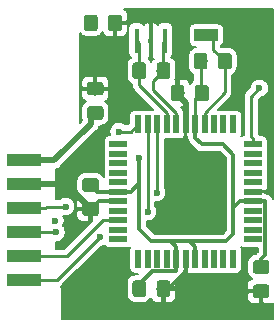
<source format=gtl>
G04 #@! TF.GenerationSoftware,KiCad,Pcbnew,(5.1.4)-1*
G04 #@! TF.CreationDate,2020-07-27T08:05:22+02:00*
G04 #@! TF.ProjectId,HM-ES-PMSw1-Pl_GosundSP1,484d2d45-532d-4504-9d53-77312d506c5f,rev?*
G04 #@! TF.SameCoordinates,Original*
G04 #@! TF.FileFunction,Copper,L1,Top*
G04 #@! TF.FilePolarity,Positive*
%FSLAX46Y46*%
G04 Gerber Fmt 4.6, Leading zero omitted, Abs format (unit mm)*
G04 Created by KiCad (PCBNEW (5.1.4)-1) date 2020-07-27 08:05:22*
%MOMM*%
%LPD*%
G04 APERTURE LIST*
%ADD10R,3.000000X1.016000*%
%ADD11C,0.100000*%
%ADD12C,1.150000*%
%ADD13R,0.550000X1.500000*%
%ADD14R,1.500000X0.550000*%
%ADD15R,0.400000X2.100000*%
%ADD16R,2.000000X1.000000*%
%ADD17C,0.600000*%
%ADD18C,0.500000*%
%ADD19C,0.300000*%
%ADD20C,0.250000*%
%ADD21C,0.200000*%
G04 APERTURE END LIST*
D10*
X97900080Y-105628080D03*
X97900080Y-107660080D03*
X97900080Y-103596080D03*
X97900080Y-101564080D03*
X97900080Y-99532080D03*
X97900080Y-97500080D03*
D11*
G36*
X103974585Y-101051284D02*
G01*
X103998853Y-101054884D01*
X104022652Y-101060845D01*
X104045751Y-101069110D01*
X104067930Y-101079600D01*
X104088973Y-101092212D01*
X104108679Y-101106827D01*
X104126857Y-101123303D01*
X104143333Y-101141481D01*
X104157948Y-101161187D01*
X104170560Y-101182230D01*
X104181050Y-101204409D01*
X104189315Y-101227508D01*
X104195276Y-101251307D01*
X104198876Y-101275575D01*
X104200080Y-101300079D01*
X104200080Y-101950081D01*
X104198876Y-101974585D01*
X104195276Y-101998853D01*
X104189315Y-102022652D01*
X104181050Y-102045751D01*
X104170560Y-102067930D01*
X104157948Y-102088973D01*
X104143333Y-102108679D01*
X104126857Y-102126857D01*
X104108679Y-102143333D01*
X104088973Y-102157948D01*
X104067930Y-102170560D01*
X104045751Y-102181050D01*
X104022652Y-102189315D01*
X103998853Y-102195276D01*
X103974585Y-102198876D01*
X103950081Y-102200080D01*
X103050079Y-102200080D01*
X103025575Y-102198876D01*
X103001307Y-102195276D01*
X102977508Y-102189315D01*
X102954409Y-102181050D01*
X102932230Y-102170560D01*
X102911187Y-102157948D01*
X102891481Y-102143333D01*
X102873303Y-102126857D01*
X102856827Y-102108679D01*
X102842212Y-102088973D01*
X102829600Y-102067930D01*
X102819110Y-102045751D01*
X102810845Y-102022652D01*
X102804884Y-101998853D01*
X102801284Y-101974585D01*
X102800080Y-101950081D01*
X102800080Y-101300079D01*
X102801284Y-101275575D01*
X102804884Y-101251307D01*
X102810845Y-101227508D01*
X102819110Y-101204409D01*
X102829600Y-101182230D01*
X102842212Y-101161187D01*
X102856827Y-101141481D01*
X102873303Y-101123303D01*
X102891481Y-101106827D01*
X102911187Y-101092212D01*
X102932230Y-101079600D01*
X102954409Y-101069110D01*
X102977508Y-101060845D01*
X103001307Y-101054884D01*
X103025575Y-101051284D01*
X103050079Y-101050080D01*
X103950081Y-101050080D01*
X103974585Y-101051284D01*
X103974585Y-101051284D01*
G37*
D12*
X103500080Y-101625080D03*
D11*
G36*
X103974585Y-99001284D02*
G01*
X103998853Y-99004884D01*
X104022652Y-99010845D01*
X104045751Y-99019110D01*
X104067930Y-99029600D01*
X104088973Y-99042212D01*
X104108679Y-99056827D01*
X104126857Y-99073303D01*
X104143333Y-99091481D01*
X104157948Y-99111187D01*
X104170560Y-99132230D01*
X104181050Y-99154409D01*
X104189315Y-99177508D01*
X104195276Y-99201307D01*
X104198876Y-99225575D01*
X104200080Y-99250079D01*
X104200080Y-99900081D01*
X104198876Y-99924585D01*
X104195276Y-99948853D01*
X104189315Y-99972652D01*
X104181050Y-99995751D01*
X104170560Y-100017930D01*
X104157948Y-100038973D01*
X104143333Y-100058679D01*
X104126857Y-100076857D01*
X104108679Y-100093333D01*
X104088973Y-100107948D01*
X104067930Y-100120560D01*
X104045751Y-100131050D01*
X104022652Y-100139315D01*
X103998853Y-100145276D01*
X103974585Y-100148876D01*
X103950081Y-100150080D01*
X103050079Y-100150080D01*
X103025575Y-100148876D01*
X103001307Y-100145276D01*
X102977508Y-100139315D01*
X102954409Y-100131050D01*
X102932230Y-100120560D01*
X102911187Y-100107948D01*
X102891481Y-100093333D01*
X102873303Y-100076857D01*
X102856827Y-100058679D01*
X102842212Y-100038973D01*
X102829600Y-100017930D01*
X102819110Y-99995751D01*
X102810845Y-99972652D01*
X102804884Y-99948853D01*
X102801284Y-99924585D01*
X102800080Y-99900081D01*
X102800080Y-99250079D01*
X102801284Y-99225575D01*
X102804884Y-99201307D01*
X102810845Y-99177508D01*
X102819110Y-99154409D01*
X102829600Y-99132230D01*
X102842212Y-99111187D01*
X102856827Y-99091481D01*
X102873303Y-99073303D01*
X102891481Y-99056827D01*
X102911187Y-99042212D01*
X102932230Y-99029600D01*
X102954409Y-99019110D01*
X102977508Y-99010845D01*
X103001307Y-99004884D01*
X103025575Y-99001284D01*
X103050079Y-99000080D01*
X103950081Y-99000080D01*
X103974585Y-99001284D01*
X103974585Y-99001284D01*
G37*
D12*
X103500080Y-99575080D03*
D11*
G36*
X111224585Y-91101284D02*
G01*
X111248853Y-91104884D01*
X111272652Y-91110845D01*
X111295751Y-91119110D01*
X111317930Y-91129600D01*
X111338973Y-91142212D01*
X111358679Y-91156827D01*
X111376857Y-91173303D01*
X111393333Y-91191481D01*
X111407948Y-91211187D01*
X111420560Y-91232230D01*
X111431050Y-91254409D01*
X111439315Y-91277508D01*
X111445276Y-91301307D01*
X111448876Y-91325575D01*
X111450080Y-91350079D01*
X111450080Y-92250081D01*
X111448876Y-92274585D01*
X111445276Y-92298853D01*
X111439315Y-92322652D01*
X111431050Y-92345751D01*
X111420560Y-92367930D01*
X111407948Y-92388973D01*
X111393333Y-92408679D01*
X111376857Y-92426857D01*
X111358679Y-92443333D01*
X111338973Y-92457948D01*
X111317930Y-92470560D01*
X111295751Y-92481050D01*
X111272652Y-92489315D01*
X111248853Y-92495276D01*
X111224585Y-92498876D01*
X111200081Y-92500080D01*
X110550079Y-92500080D01*
X110525575Y-92498876D01*
X110501307Y-92495276D01*
X110477508Y-92489315D01*
X110454409Y-92481050D01*
X110432230Y-92470560D01*
X110411187Y-92457948D01*
X110391481Y-92443333D01*
X110373303Y-92426857D01*
X110356827Y-92408679D01*
X110342212Y-92388973D01*
X110329600Y-92367930D01*
X110319110Y-92345751D01*
X110310845Y-92322652D01*
X110304884Y-92298853D01*
X110301284Y-92274585D01*
X110300080Y-92250081D01*
X110300080Y-91350079D01*
X110301284Y-91325575D01*
X110304884Y-91301307D01*
X110310845Y-91277508D01*
X110319110Y-91254409D01*
X110329600Y-91232230D01*
X110342212Y-91211187D01*
X110356827Y-91191481D01*
X110373303Y-91173303D01*
X110391481Y-91156827D01*
X110411187Y-91142212D01*
X110432230Y-91129600D01*
X110454409Y-91119110D01*
X110477508Y-91110845D01*
X110501307Y-91104884D01*
X110525575Y-91101284D01*
X110550079Y-91100080D01*
X111200081Y-91100080D01*
X111224585Y-91101284D01*
X111224585Y-91101284D01*
G37*
D12*
X110875080Y-91800080D03*
D11*
G36*
X113274585Y-91101284D02*
G01*
X113298853Y-91104884D01*
X113322652Y-91110845D01*
X113345751Y-91119110D01*
X113367930Y-91129600D01*
X113388973Y-91142212D01*
X113408679Y-91156827D01*
X113426857Y-91173303D01*
X113443333Y-91191481D01*
X113457948Y-91211187D01*
X113470560Y-91232230D01*
X113481050Y-91254409D01*
X113489315Y-91277508D01*
X113495276Y-91301307D01*
X113498876Y-91325575D01*
X113500080Y-91350079D01*
X113500080Y-92250081D01*
X113498876Y-92274585D01*
X113495276Y-92298853D01*
X113489315Y-92322652D01*
X113481050Y-92345751D01*
X113470560Y-92367930D01*
X113457948Y-92388973D01*
X113443333Y-92408679D01*
X113426857Y-92426857D01*
X113408679Y-92443333D01*
X113388973Y-92457948D01*
X113367930Y-92470560D01*
X113345751Y-92481050D01*
X113322652Y-92489315D01*
X113298853Y-92495276D01*
X113274585Y-92498876D01*
X113250081Y-92500080D01*
X112600079Y-92500080D01*
X112575575Y-92498876D01*
X112551307Y-92495276D01*
X112527508Y-92489315D01*
X112504409Y-92481050D01*
X112482230Y-92470560D01*
X112461187Y-92457948D01*
X112441481Y-92443333D01*
X112423303Y-92426857D01*
X112406827Y-92408679D01*
X112392212Y-92388973D01*
X112379600Y-92367930D01*
X112369110Y-92345751D01*
X112360845Y-92322652D01*
X112354884Y-92298853D01*
X112351284Y-92274585D01*
X112350080Y-92250081D01*
X112350080Y-91350079D01*
X112351284Y-91325575D01*
X112354884Y-91301307D01*
X112360845Y-91277508D01*
X112369110Y-91254409D01*
X112379600Y-91232230D01*
X112392212Y-91211187D01*
X112406827Y-91191481D01*
X112423303Y-91173303D01*
X112441481Y-91156827D01*
X112461187Y-91142212D01*
X112482230Y-91129600D01*
X112504409Y-91119110D01*
X112527508Y-91110845D01*
X112551307Y-91104884D01*
X112575575Y-91101284D01*
X112600079Y-91100080D01*
X113250081Y-91100080D01*
X113274585Y-91101284D01*
X113274585Y-91101284D01*
G37*
D12*
X112925080Y-91800080D03*
D11*
G36*
X107974585Y-89201284D02*
G01*
X107998853Y-89204884D01*
X108022652Y-89210845D01*
X108045751Y-89219110D01*
X108067930Y-89229600D01*
X108088973Y-89242212D01*
X108108679Y-89256827D01*
X108126857Y-89273303D01*
X108143333Y-89291481D01*
X108157948Y-89311187D01*
X108170560Y-89332230D01*
X108181050Y-89354409D01*
X108189315Y-89377508D01*
X108195276Y-89401307D01*
X108198876Y-89425575D01*
X108200080Y-89450079D01*
X108200080Y-90350081D01*
X108198876Y-90374585D01*
X108195276Y-90398853D01*
X108189315Y-90422652D01*
X108181050Y-90445751D01*
X108170560Y-90467930D01*
X108157948Y-90488973D01*
X108143333Y-90508679D01*
X108126857Y-90526857D01*
X108108679Y-90543333D01*
X108088973Y-90557948D01*
X108067930Y-90570560D01*
X108045751Y-90581050D01*
X108022652Y-90589315D01*
X107998853Y-90595276D01*
X107974585Y-90598876D01*
X107950081Y-90600080D01*
X107300079Y-90600080D01*
X107275575Y-90598876D01*
X107251307Y-90595276D01*
X107227508Y-90589315D01*
X107204409Y-90581050D01*
X107182230Y-90570560D01*
X107161187Y-90557948D01*
X107141481Y-90543333D01*
X107123303Y-90526857D01*
X107106827Y-90508679D01*
X107092212Y-90488973D01*
X107079600Y-90467930D01*
X107069110Y-90445751D01*
X107060845Y-90422652D01*
X107054884Y-90398853D01*
X107051284Y-90374585D01*
X107050080Y-90350081D01*
X107050080Y-89450079D01*
X107051284Y-89425575D01*
X107054884Y-89401307D01*
X107060845Y-89377508D01*
X107069110Y-89354409D01*
X107079600Y-89332230D01*
X107092212Y-89311187D01*
X107106827Y-89291481D01*
X107123303Y-89273303D01*
X107141481Y-89256827D01*
X107161187Y-89242212D01*
X107182230Y-89229600D01*
X107204409Y-89219110D01*
X107227508Y-89210845D01*
X107251307Y-89204884D01*
X107275575Y-89201284D01*
X107300079Y-89200080D01*
X107950081Y-89200080D01*
X107974585Y-89201284D01*
X107974585Y-89201284D01*
G37*
D12*
X107625080Y-89900080D03*
D11*
G36*
X110024585Y-89201284D02*
G01*
X110048853Y-89204884D01*
X110072652Y-89210845D01*
X110095751Y-89219110D01*
X110117930Y-89229600D01*
X110138973Y-89242212D01*
X110158679Y-89256827D01*
X110176857Y-89273303D01*
X110193333Y-89291481D01*
X110207948Y-89311187D01*
X110220560Y-89332230D01*
X110231050Y-89354409D01*
X110239315Y-89377508D01*
X110245276Y-89401307D01*
X110248876Y-89425575D01*
X110250080Y-89450079D01*
X110250080Y-90350081D01*
X110248876Y-90374585D01*
X110245276Y-90398853D01*
X110239315Y-90422652D01*
X110231050Y-90445751D01*
X110220560Y-90467930D01*
X110207948Y-90488973D01*
X110193333Y-90508679D01*
X110176857Y-90526857D01*
X110158679Y-90543333D01*
X110138973Y-90557948D01*
X110117930Y-90570560D01*
X110095751Y-90581050D01*
X110072652Y-90589315D01*
X110048853Y-90595276D01*
X110024585Y-90598876D01*
X110000081Y-90600080D01*
X109350079Y-90600080D01*
X109325575Y-90598876D01*
X109301307Y-90595276D01*
X109277508Y-90589315D01*
X109254409Y-90581050D01*
X109232230Y-90570560D01*
X109211187Y-90557948D01*
X109191481Y-90543333D01*
X109173303Y-90526857D01*
X109156827Y-90508679D01*
X109142212Y-90488973D01*
X109129600Y-90467930D01*
X109119110Y-90445751D01*
X109110845Y-90422652D01*
X109104884Y-90398853D01*
X109101284Y-90374585D01*
X109100080Y-90350081D01*
X109100080Y-89450079D01*
X109101284Y-89425575D01*
X109104884Y-89401307D01*
X109110845Y-89377508D01*
X109119110Y-89354409D01*
X109129600Y-89332230D01*
X109142212Y-89311187D01*
X109156827Y-89291481D01*
X109173303Y-89273303D01*
X109191481Y-89256827D01*
X109211187Y-89242212D01*
X109232230Y-89229600D01*
X109254409Y-89219110D01*
X109277508Y-89210845D01*
X109301307Y-89204884D01*
X109325575Y-89201284D01*
X109350079Y-89200080D01*
X110000081Y-89200080D01*
X110024585Y-89201284D01*
X110024585Y-89201284D01*
G37*
D12*
X109675080Y-89900080D03*
D11*
G36*
X115224585Y-88401284D02*
G01*
X115248853Y-88404884D01*
X115272652Y-88410845D01*
X115295751Y-88419110D01*
X115317930Y-88429600D01*
X115338973Y-88442212D01*
X115358679Y-88456827D01*
X115376857Y-88473303D01*
X115393333Y-88491481D01*
X115407948Y-88511187D01*
X115420560Y-88532230D01*
X115431050Y-88554409D01*
X115439315Y-88577508D01*
X115445276Y-88601307D01*
X115448876Y-88625575D01*
X115450080Y-88650079D01*
X115450080Y-89550081D01*
X115448876Y-89574585D01*
X115445276Y-89598853D01*
X115439315Y-89622652D01*
X115431050Y-89645751D01*
X115420560Y-89667930D01*
X115407948Y-89688973D01*
X115393333Y-89708679D01*
X115376857Y-89726857D01*
X115358679Y-89743333D01*
X115338973Y-89757948D01*
X115317930Y-89770560D01*
X115295751Y-89781050D01*
X115272652Y-89789315D01*
X115248853Y-89795276D01*
X115224585Y-89798876D01*
X115200081Y-89800080D01*
X114550079Y-89800080D01*
X114525575Y-89798876D01*
X114501307Y-89795276D01*
X114477508Y-89789315D01*
X114454409Y-89781050D01*
X114432230Y-89770560D01*
X114411187Y-89757948D01*
X114391481Y-89743333D01*
X114373303Y-89726857D01*
X114356827Y-89708679D01*
X114342212Y-89688973D01*
X114329600Y-89667930D01*
X114319110Y-89645751D01*
X114310845Y-89622652D01*
X114304884Y-89598853D01*
X114301284Y-89574585D01*
X114300080Y-89550081D01*
X114300080Y-88650079D01*
X114301284Y-88625575D01*
X114304884Y-88601307D01*
X114310845Y-88577508D01*
X114319110Y-88554409D01*
X114329600Y-88532230D01*
X114342212Y-88511187D01*
X114356827Y-88491481D01*
X114373303Y-88473303D01*
X114391481Y-88456827D01*
X114411187Y-88442212D01*
X114432230Y-88429600D01*
X114454409Y-88419110D01*
X114477508Y-88410845D01*
X114501307Y-88404884D01*
X114525575Y-88401284D01*
X114550079Y-88400080D01*
X115200081Y-88400080D01*
X115224585Y-88401284D01*
X115224585Y-88401284D01*
G37*
D12*
X114875080Y-89100080D03*
D11*
G36*
X113174585Y-88401284D02*
G01*
X113198853Y-88404884D01*
X113222652Y-88410845D01*
X113245751Y-88419110D01*
X113267930Y-88429600D01*
X113288973Y-88442212D01*
X113308679Y-88456827D01*
X113326857Y-88473303D01*
X113343333Y-88491481D01*
X113357948Y-88511187D01*
X113370560Y-88532230D01*
X113381050Y-88554409D01*
X113389315Y-88577508D01*
X113395276Y-88601307D01*
X113398876Y-88625575D01*
X113400080Y-88650079D01*
X113400080Y-89550081D01*
X113398876Y-89574585D01*
X113395276Y-89598853D01*
X113389315Y-89622652D01*
X113381050Y-89645751D01*
X113370560Y-89667930D01*
X113357948Y-89688973D01*
X113343333Y-89708679D01*
X113326857Y-89726857D01*
X113308679Y-89743333D01*
X113288973Y-89757948D01*
X113267930Y-89770560D01*
X113245751Y-89781050D01*
X113222652Y-89789315D01*
X113198853Y-89795276D01*
X113174585Y-89798876D01*
X113150081Y-89800080D01*
X112500079Y-89800080D01*
X112475575Y-89798876D01*
X112451307Y-89795276D01*
X112427508Y-89789315D01*
X112404409Y-89781050D01*
X112382230Y-89770560D01*
X112361187Y-89757948D01*
X112341481Y-89743333D01*
X112323303Y-89726857D01*
X112306827Y-89708679D01*
X112292212Y-89688973D01*
X112279600Y-89667930D01*
X112269110Y-89645751D01*
X112260845Y-89622652D01*
X112254884Y-89598853D01*
X112251284Y-89574585D01*
X112250080Y-89550081D01*
X112250080Y-88650079D01*
X112251284Y-88625575D01*
X112254884Y-88601307D01*
X112260845Y-88577508D01*
X112269110Y-88554409D01*
X112279600Y-88532230D01*
X112292212Y-88511187D01*
X112306827Y-88491481D01*
X112323303Y-88473303D01*
X112341481Y-88456827D01*
X112361187Y-88442212D01*
X112382230Y-88429600D01*
X112404409Y-88419110D01*
X112427508Y-88410845D01*
X112451307Y-88404884D01*
X112475575Y-88401284D01*
X112500079Y-88400080D01*
X113150081Y-88400080D01*
X113174585Y-88401284D01*
X113174585Y-88401284D01*
G37*
D12*
X112825080Y-89100080D03*
D11*
G36*
X105924585Y-85151284D02*
G01*
X105948853Y-85154884D01*
X105972652Y-85160845D01*
X105995751Y-85169110D01*
X106017930Y-85179600D01*
X106038973Y-85192212D01*
X106058679Y-85206827D01*
X106076857Y-85223303D01*
X106093333Y-85241481D01*
X106107948Y-85261187D01*
X106120560Y-85282230D01*
X106131050Y-85304409D01*
X106139315Y-85327508D01*
X106145276Y-85351307D01*
X106148876Y-85375575D01*
X106150080Y-85400079D01*
X106150080Y-86300081D01*
X106148876Y-86324585D01*
X106145276Y-86348853D01*
X106139315Y-86372652D01*
X106131050Y-86395751D01*
X106120560Y-86417930D01*
X106107948Y-86438973D01*
X106093333Y-86458679D01*
X106076857Y-86476857D01*
X106058679Y-86493333D01*
X106038973Y-86507948D01*
X106017930Y-86520560D01*
X105995751Y-86531050D01*
X105972652Y-86539315D01*
X105948853Y-86545276D01*
X105924585Y-86548876D01*
X105900081Y-86550080D01*
X105250079Y-86550080D01*
X105225575Y-86548876D01*
X105201307Y-86545276D01*
X105177508Y-86539315D01*
X105154409Y-86531050D01*
X105132230Y-86520560D01*
X105111187Y-86507948D01*
X105091481Y-86493333D01*
X105073303Y-86476857D01*
X105056827Y-86458679D01*
X105042212Y-86438973D01*
X105029600Y-86417930D01*
X105019110Y-86395751D01*
X105010845Y-86372652D01*
X105004884Y-86348853D01*
X105001284Y-86324585D01*
X105000080Y-86300081D01*
X105000080Y-85400079D01*
X105001284Y-85375575D01*
X105004884Y-85351307D01*
X105010845Y-85327508D01*
X105019110Y-85304409D01*
X105029600Y-85282230D01*
X105042212Y-85261187D01*
X105056827Y-85241481D01*
X105073303Y-85223303D01*
X105091481Y-85206827D01*
X105111187Y-85192212D01*
X105132230Y-85179600D01*
X105154409Y-85169110D01*
X105177508Y-85160845D01*
X105201307Y-85154884D01*
X105225575Y-85151284D01*
X105250079Y-85150080D01*
X105900081Y-85150080D01*
X105924585Y-85151284D01*
X105924585Y-85151284D01*
G37*
D12*
X105575080Y-85850080D03*
D11*
G36*
X103874585Y-85151284D02*
G01*
X103898853Y-85154884D01*
X103922652Y-85160845D01*
X103945751Y-85169110D01*
X103967930Y-85179600D01*
X103988973Y-85192212D01*
X104008679Y-85206827D01*
X104026857Y-85223303D01*
X104043333Y-85241481D01*
X104057948Y-85261187D01*
X104070560Y-85282230D01*
X104081050Y-85304409D01*
X104089315Y-85327508D01*
X104095276Y-85351307D01*
X104098876Y-85375575D01*
X104100080Y-85400079D01*
X104100080Y-86300081D01*
X104098876Y-86324585D01*
X104095276Y-86348853D01*
X104089315Y-86372652D01*
X104081050Y-86395751D01*
X104070560Y-86417930D01*
X104057948Y-86438973D01*
X104043333Y-86458679D01*
X104026857Y-86476857D01*
X104008679Y-86493333D01*
X103988973Y-86507948D01*
X103967930Y-86520560D01*
X103945751Y-86531050D01*
X103922652Y-86539315D01*
X103898853Y-86545276D01*
X103874585Y-86548876D01*
X103850081Y-86550080D01*
X103200079Y-86550080D01*
X103175575Y-86548876D01*
X103151307Y-86545276D01*
X103127508Y-86539315D01*
X103104409Y-86531050D01*
X103082230Y-86520560D01*
X103061187Y-86507948D01*
X103041481Y-86493333D01*
X103023303Y-86476857D01*
X103006827Y-86458679D01*
X102992212Y-86438973D01*
X102979600Y-86417930D01*
X102969110Y-86395751D01*
X102960845Y-86372652D01*
X102954884Y-86348853D01*
X102951284Y-86324585D01*
X102950080Y-86300081D01*
X102950080Y-85400079D01*
X102951284Y-85375575D01*
X102954884Y-85351307D01*
X102960845Y-85327508D01*
X102969110Y-85304409D01*
X102979600Y-85282230D01*
X102992212Y-85261187D01*
X103006827Y-85241481D01*
X103023303Y-85223303D01*
X103041481Y-85206827D01*
X103061187Y-85192212D01*
X103082230Y-85179600D01*
X103104409Y-85169110D01*
X103127508Y-85160845D01*
X103151307Y-85154884D01*
X103175575Y-85151284D01*
X103200079Y-85150080D01*
X103850081Y-85150080D01*
X103874585Y-85151284D01*
X103874585Y-85151284D01*
G37*
D12*
X103525080Y-85850080D03*
D11*
G36*
X118424585Y-108001284D02*
G01*
X118448853Y-108004884D01*
X118472652Y-108010845D01*
X118495751Y-108019110D01*
X118517930Y-108029600D01*
X118538973Y-108042212D01*
X118558679Y-108056827D01*
X118576857Y-108073303D01*
X118593333Y-108091481D01*
X118607948Y-108111187D01*
X118620560Y-108132230D01*
X118631050Y-108154409D01*
X118639315Y-108177508D01*
X118645276Y-108201307D01*
X118648876Y-108225575D01*
X118650080Y-108250079D01*
X118650080Y-108900081D01*
X118648876Y-108924585D01*
X118645276Y-108948853D01*
X118639315Y-108972652D01*
X118631050Y-108995751D01*
X118620560Y-109017930D01*
X118607948Y-109038973D01*
X118593333Y-109058679D01*
X118576857Y-109076857D01*
X118558679Y-109093333D01*
X118538973Y-109107948D01*
X118517930Y-109120560D01*
X118495751Y-109131050D01*
X118472652Y-109139315D01*
X118448853Y-109145276D01*
X118424585Y-109148876D01*
X118400081Y-109150080D01*
X117500079Y-109150080D01*
X117475575Y-109148876D01*
X117451307Y-109145276D01*
X117427508Y-109139315D01*
X117404409Y-109131050D01*
X117382230Y-109120560D01*
X117361187Y-109107948D01*
X117341481Y-109093333D01*
X117323303Y-109076857D01*
X117306827Y-109058679D01*
X117292212Y-109038973D01*
X117279600Y-109017930D01*
X117269110Y-108995751D01*
X117260845Y-108972652D01*
X117254884Y-108948853D01*
X117251284Y-108924585D01*
X117250080Y-108900081D01*
X117250080Y-108250079D01*
X117251284Y-108225575D01*
X117254884Y-108201307D01*
X117260845Y-108177508D01*
X117269110Y-108154409D01*
X117279600Y-108132230D01*
X117292212Y-108111187D01*
X117306827Y-108091481D01*
X117323303Y-108073303D01*
X117341481Y-108056827D01*
X117361187Y-108042212D01*
X117382230Y-108029600D01*
X117404409Y-108019110D01*
X117427508Y-108010845D01*
X117451307Y-108004884D01*
X117475575Y-108001284D01*
X117500079Y-108000080D01*
X118400081Y-108000080D01*
X118424585Y-108001284D01*
X118424585Y-108001284D01*
G37*
D12*
X117950080Y-108575080D03*
D11*
G36*
X118424585Y-105951284D02*
G01*
X118448853Y-105954884D01*
X118472652Y-105960845D01*
X118495751Y-105969110D01*
X118517930Y-105979600D01*
X118538973Y-105992212D01*
X118558679Y-106006827D01*
X118576857Y-106023303D01*
X118593333Y-106041481D01*
X118607948Y-106061187D01*
X118620560Y-106082230D01*
X118631050Y-106104409D01*
X118639315Y-106127508D01*
X118645276Y-106151307D01*
X118648876Y-106175575D01*
X118650080Y-106200079D01*
X118650080Y-106850081D01*
X118648876Y-106874585D01*
X118645276Y-106898853D01*
X118639315Y-106922652D01*
X118631050Y-106945751D01*
X118620560Y-106967930D01*
X118607948Y-106988973D01*
X118593333Y-107008679D01*
X118576857Y-107026857D01*
X118558679Y-107043333D01*
X118538973Y-107057948D01*
X118517930Y-107070560D01*
X118495751Y-107081050D01*
X118472652Y-107089315D01*
X118448853Y-107095276D01*
X118424585Y-107098876D01*
X118400081Y-107100080D01*
X117500079Y-107100080D01*
X117475575Y-107098876D01*
X117451307Y-107095276D01*
X117427508Y-107089315D01*
X117404409Y-107081050D01*
X117382230Y-107070560D01*
X117361187Y-107057948D01*
X117341481Y-107043333D01*
X117323303Y-107026857D01*
X117306827Y-107008679D01*
X117292212Y-106988973D01*
X117279600Y-106967930D01*
X117269110Y-106945751D01*
X117260845Y-106922652D01*
X117254884Y-106898853D01*
X117251284Y-106874585D01*
X117250080Y-106850081D01*
X117250080Y-106200079D01*
X117251284Y-106175575D01*
X117254884Y-106151307D01*
X117260845Y-106127508D01*
X117269110Y-106104409D01*
X117279600Y-106082230D01*
X117292212Y-106061187D01*
X117306827Y-106041481D01*
X117323303Y-106023303D01*
X117341481Y-106006827D01*
X117361187Y-105992212D01*
X117382230Y-105979600D01*
X117404409Y-105969110D01*
X117427508Y-105960845D01*
X117451307Y-105954884D01*
X117475575Y-105951284D01*
X117500079Y-105950080D01*
X118400081Y-105950080D01*
X118424585Y-105951284D01*
X118424585Y-105951284D01*
G37*
D12*
X117950080Y-106525080D03*
D11*
G36*
X110024585Y-107651284D02*
G01*
X110048853Y-107654884D01*
X110072652Y-107660845D01*
X110095751Y-107669110D01*
X110117930Y-107679600D01*
X110138973Y-107692212D01*
X110158679Y-107706827D01*
X110176857Y-107723303D01*
X110193333Y-107741481D01*
X110207948Y-107761187D01*
X110220560Y-107782230D01*
X110231050Y-107804409D01*
X110239315Y-107827508D01*
X110245276Y-107851307D01*
X110248876Y-107875575D01*
X110250080Y-107900079D01*
X110250080Y-108800081D01*
X110248876Y-108824585D01*
X110245276Y-108848853D01*
X110239315Y-108872652D01*
X110231050Y-108895751D01*
X110220560Y-108917930D01*
X110207948Y-108938973D01*
X110193333Y-108958679D01*
X110176857Y-108976857D01*
X110158679Y-108993333D01*
X110138973Y-109007948D01*
X110117930Y-109020560D01*
X110095751Y-109031050D01*
X110072652Y-109039315D01*
X110048853Y-109045276D01*
X110024585Y-109048876D01*
X110000081Y-109050080D01*
X109350079Y-109050080D01*
X109325575Y-109048876D01*
X109301307Y-109045276D01*
X109277508Y-109039315D01*
X109254409Y-109031050D01*
X109232230Y-109020560D01*
X109211187Y-109007948D01*
X109191481Y-108993333D01*
X109173303Y-108976857D01*
X109156827Y-108958679D01*
X109142212Y-108938973D01*
X109129600Y-108917930D01*
X109119110Y-108895751D01*
X109110845Y-108872652D01*
X109104884Y-108848853D01*
X109101284Y-108824585D01*
X109100080Y-108800081D01*
X109100080Y-107900079D01*
X109101284Y-107875575D01*
X109104884Y-107851307D01*
X109110845Y-107827508D01*
X109119110Y-107804409D01*
X109129600Y-107782230D01*
X109142212Y-107761187D01*
X109156827Y-107741481D01*
X109173303Y-107723303D01*
X109191481Y-107706827D01*
X109211187Y-107692212D01*
X109232230Y-107679600D01*
X109254409Y-107669110D01*
X109277508Y-107660845D01*
X109301307Y-107654884D01*
X109325575Y-107651284D01*
X109350079Y-107650080D01*
X110000081Y-107650080D01*
X110024585Y-107651284D01*
X110024585Y-107651284D01*
G37*
D12*
X109675080Y-108350080D03*
D11*
G36*
X107974585Y-107651284D02*
G01*
X107998853Y-107654884D01*
X108022652Y-107660845D01*
X108045751Y-107669110D01*
X108067930Y-107679600D01*
X108088973Y-107692212D01*
X108108679Y-107706827D01*
X108126857Y-107723303D01*
X108143333Y-107741481D01*
X108157948Y-107761187D01*
X108170560Y-107782230D01*
X108181050Y-107804409D01*
X108189315Y-107827508D01*
X108195276Y-107851307D01*
X108198876Y-107875575D01*
X108200080Y-107900079D01*
X108200080Y-108800081D01*
X108198876Y-108824585D01*
X108195276Y-108848853D01*
X108189315Y-108872652D01*
X108181050Y-108895751D01*
X108170560Y-108917930D01*
X108157948Y-108938973D01*
X108143333Y-108958679D01*
X108126857Y-108976857D01*
X108108679Y-108993333D01*
X108088973Y-109007948D01*
X108067930Y-109020560D01*
X108045751Y-109031050D01*
X108022652Y-109039315D01*
X107998853Y-109045276D01*
X107974585Y-109048876D01*
X107950081Y-109050080D01*
X107300079Y-109050080D01*
X107275575Y-109048876D01*
X107251307Y-109045276D01*
X107227508Y-109039315D01*
X107204409Y-109031050D01*
X107182230Y-109020560D01*
X107161187Y-109007948D01*
X107141481Y-108993333D01*
X107123303Y-108976857D01*
X107106827Y-108958679D01*
X107092212Y-108938973D01*
X107079600Y-108917930D01*
X107069110Y-108895751D01*
X107060845Y-108872652D01*
X107054884Y-108848853D01*
X107051284Y-108824585D01*
X107050080Y-108800081D01*
X107050080Y-107900079D01*
X107051284Y-107875575D01*
X107054884Y-107851307D01*
X107060845Y-107827508D01*
X107069110Y-107804409D01*
X107079600Y-107782230D01*
X107092212Y-107761187D01*
X107106827Y-107741481D01*
X107123303Y-107723303D01*
X107141481Y-107706827D01*
X107161187Y-107692212D01*
X107182230Y-107679600D01*
X107204409Y-107669110D01*
X107227508Y-107660845D01*
X107251307Y-107654884D01*
X107275575Y-107651284D01*
X107300079Y-107650080D01*
X107950081Y-107650080D01*
X107974585Y-107651284D01*
X107974585Y-107651284D01*
G37*
D12*
X107625080Y-108350080D03*
D11*
G36*
X104374585Y-90851284D02*
G01*
X104398853Y-90854884D01*
X104422652Y-90860845D01*
X104445751Y-90869110D01*
X104467930Y-90879600D01*
X104488973Y-90892212D01*
X104508679Y-90906827D01*
X104526857Y-90923303D01*
X104543333Y-90941481D01*
X104557948Y-90961187D01*
X104570560Y-90982230D01*
X104581050Y-91004409D01*
X104589315Y-91027508D01*
X104595276Y-91051307D01*
X104598876Y-91075575D01*
X104600080Y-91100079D01*
X104600080Y-91750081D01*
X104598876Y-91774585D01*
X104595276Y-91798853D01*
X104589315Y-91822652D01*
X104581050Y-91845751D01*
X104570560Y-91867930D01*
X104557948Y-91888973D01*
X104543333Y-91908679D01*
X104526857Y-91926857D01*
X104508679Y-91943333D01*
X104488973Y-91957948D01*
X104467930Y-91970560D01*
X104445751Y-91981050D01*
X104422652Y-91989315D01*
X104398853Y-91995276D01*
X104374585Y-91998876D01*
X104350081Y-92000080D01*
X103450079Y-92000080D01*
X103425575Y-91998876D01*
X103401307Y-91995276D01*
X103377508Y-91989315D01*
X103354409Y-91981050D01*
X103332230Y-91970560D01*
X103311187Y-91957948D01*
X103291481Y-91943333D01*
X103273303Y-91926857D01*
X103256827Y-91908679D01*
X103242212Y-91888973D01*
X103229600Y-91867930D01*
X103219110Y-91845751D01*
X103210845Y-91822652D01*
X103204884Y-91798853D01*
X103201284Y-91774585D01*
X103200080Y-91750081D01*
X103200080Y-91100079D01*
X103201284Y-91075575D01*
X103204884Y-91051307D01*
X103210845Y-91027508D01*
X103219110Y-91004409D01*
X103229600Y-90982230D01*
X103242212Y-90961187D01*
X103256827Y-90941481D01*
X103273303Y-90923303D01*
X103291481Y-90906827D01*
X103311187Y-90892212D01*
X103332230Y-90879600D01*
X103354409Y-90869110D01*
X103377508Y-90860845D01*
X103401307Y-90854884D01*
X103425575Y-90851284D01*
X103450079Y-90850080D01*
X104350081Y-90850080D01*
X104374585Y-90851284D01*
X104374585Y-90851284D01*
G37*
D12*
X103900080Y-91425080D03*
D11*
G36*
X104374585Y-92901284D02*
G01*
X104398853Y-92904884D01*
X104422652Y-92910845D01*
X104445751Y-92919110D01*
X104467930Y-92929600D01*
X104488973Y-92942212D01*
X104508679Y-92956827D01*
X104526857Y-92973303D01*
X104543333Y-92991481D01*
X104557948Y-93011187D01*
X104570560Y-93032230D01*
X104581050Y-93054409D01*
X104589315Y-93077508D01*
X104595276Y-93101307D01*
X104598876Y-93125575D01*
X104600080Y-93150079D01*
X104600080Y-93800081D01*
X104598876Y-93824585D01*
X104595276Y-93848853D01*
X104589315Y-93872652D01*
X104581050Y-93895751D01*
X104570560Y-93917930D01*
X104557948Y-93938973D01*
X104543333Y-93958679D01*
X104526857Y-93976857D01*
X104508679Y-93993333D01*
X104488973Y-94007948D01*
X104467930Y-94020560D01*
X104445751Y-94031050D01*
X104422652Y-94039315D01*
X104398853Y-94045276D01*
X104374585Y-94048876D01*
X104350081Y-94050080D01*
X103450079Y-94050080D01*
X103425575Y-94048876D01*
X103401307Y-94045276D01*
X103377508Y-94039315D01*
X103354409Y-94031050D01*
X103332230Y-94020560D01*
X103311187Y-94007948D01*
X103291481Y-93993333D01*
X103273303Y-93976857D01*
X103256827Y-93958679D01*
X103242212Y-93938973D01*
X103229600Y-93917930D01*
X103219110Y-93895751D01*
X103210845Y-93872652D01*
X103204884Y-93848853D01*
X103201284Y-93824585D01*
X103200080Y-93800081D01*
X103200080Y-93150079D01*
X103201284Y-93125575D01*
X103204884Y-93101307D01*
X103210845Y-93077508D01*
X103219110Y-93054409D01*
X103229600Y-93032230D01*
X103242212Y-93011187D01*
X103256827Y-92991481D01*
X103273303Y-92973303D01*
X103291481Y-92956827D01*
X103311187Y-92942212D01*
X103332230Y-92929600D01*
X103354409Y-92919110D01*
X103377508Y-92910845D01*
X103401307Y-92904884D01*
X103425575Y-92901284D01*
X103450079Y-92900080D01*
X104350081Y-92900080D01*
X104374585Y-92901284D01*
X104374585Y-92901284D01*
G37*
D12*
X103900080Y-93475080D03*
D13*
X115550080Y-94450080D03*
X114750080Y-94450080D03*
X113950080Y-94450080D03*
X113150080Y-94450080D03*
X112350080Y-94450080D03*
X111550080Y-94450080D03*
X110750080Y-94450080D03*
X109950080Y-94450080D03*
X109150080Y-94450080D03*
X108350080Y-94450080D03*
X107550080Y-94450080D03*
D14*
X105850080Y-96150080D03*
X105850080Y-96950080D03*
X105850080Y-97750080D03*
X105850080Y-98550080D03*
X105850080Y-99350080D03*
X105850080Y-100150080D03*
X105850080Y-100950080D03*
X105850080Y-101750080D03*
X105850080Y-102550080D03*
X105850080Y-103350080D03*
X105850080Y-104150080D03*
D13*
X107550080Y-105850080D03*
X108350080Y-105850080D03*
X109150080Y-105850080D03*
X109950080Y-105850080D03*
X110750080Y-105850080D03*
X111550080Y-105850080D03*
X112350080Y-105850080D03*
X113150080Y-105850080D03*
X113950080Y-105850080D03*
X114750080Y-105850080D03*
X115550080Y-105850080D03*
D14*
X117250080Y-104150080D03*
X117250080Y-103350080D03*
X117250080Y-102550080D03*
X117250080Y-101750080D03*
X117250080Y-100950080D03*
X117250080Y-100150080D03*
X117250080Y-99350080D03*
X117250080Y-98550080D03*
X117250080Y-97750080D03*
X117250080Y-96950080D03*
X117250080Y-96150080D03*
D15*
X109800080Y-87350080D03*
X108600080Y-87350080D03*
X107400080Y-87350080D03*
D16*
X113300080Y-86900080D03*
D17*
X118000080Y-108650080D03*
X116800080Y-100150080D03*
X100900080Y-99500080D03*
X106350080Y-100950080D03*
X103850080Y-101850080D03*
X103700080Y-95900080D03*
X103750080Y-97450080D03*
X102050080Y-97850080D03*
X111000080Y-99400080D03*
X113950080Y-101050080D03*
X112500080Y-101050080D03*
X111000080Y-101050080D03*
X101650080Y-109300080D03*
X101650080Y-110250080D03*
X109700080Y-109950080D03*
X113750080Y-109950080D03*
X101900080Y-103700080D03*
X112450080Y-99350080D03*
X113900080Y-99350080D03*
X116900080Y-105250080D03*
X111000080Y-102650080D03*
X112500080Y-102650080D03*
X113950080Y-102650080D03*
X103550080Y-93625080D03*
X107600080Y-97300080D03*
X103550080Y-86000080D03*
X115550080Y-94900080D03*
X114750080Y-94900080D03*
X113950080Y-94900080D03*
X108350080Y-101850080D03*
X109095526Y-100250080D03*
X117800080Y-91400080D03*
X105900080Y-95050080D03*
X106350080Y-96950080D03*
X104300080Y-104000080D03*
X101400080Y-101400080D03*
X106350080Y-97750080D03*
X100500080Y-102600080D03*
X106350080Y-98550080D03*
X100604080Y-103596080D03*
X106350080Y-99350080D03*
X106350080Y-96150080D03*
X116800080Y-97750080D03*
D18*
X99868080Y-99532080D02*
X97900080Y-99532080D01*
X97900080Y-99532080D02*
X101118080Y-99532080D01*
D19*
X104175080Y-100950080D02*
X105850080Y-100950080D01*
X103500080Y-101625080D02*
X103500080Y-101625080D01*
X105850080Y-100950080D02*
X105850080Y-100950080D01*
X103500080Y-101625080D02*
X104175080Y-100950080D01*
D18*
X101407080Y-99532080D02*
X97900080Y-99532080D01*
X103500080Y-101625080D02*
X101407080Y-99532080D01*
X111550080Y-92625080D02*
X110725080Y-91800080D01*
X111550080Y-94450080D02*
X111550080Y-92625080D01*
D19*
X111550080Y-106900080D02*
X111550080Y-105850080D01*
X110100080Y-108350080D02*
X111550080Y-106900080D01*
X109275080Y-108350080D02*
X110100080Y-108350080D01*
D18*
X103550080Y-94300080D02*
X103550080Y-93625080D01*
X103550080Y-94392556D02*
X103550080Y-94300080D01*
X100442556Y-97500080D02*
X103550080Y-94392556D01*
X97900080Y-97500080D02*
X100442556Y-97500080D01*
X103550080Y-93625080D02*
X103550080Y-93625080D01*
D19*
X118300080Y-100950080D02*
X117250080Y-100950080D01*
X118302481Y-100952481D02*
X118300080Y-100950080D01*
X118302481Y-105497679D02*
X118302481Y-100952481D01*
X117950080Y-105850080D02*
X118302481Y-105497679D01*
X117950080Y-106525080D02*
X117950080Y-105850080D01*
X104075080Y-100150080D02*
X105850080Y-100150080D01*
X103500080Y-99575080D02*
X104075080Y-100150080D01*
X106900080Y-100150080D02*
X107600080Y-99450080D01*
X105850080Y-100150080D02*
X106900080Y-100150080D01*
X107600080Y-99450080D02*
X107600080Y-97300080D01*
X107600080Y-97300080D02*
X107600080Y-97300080D01*
X107600080Y-99450080D02*
X107600080Y-103300080D01*
X107600080Y-103300080D02*
X108650080Y-104350080D01*
X110750080Y-104800080D02*
X110750080Y-105850080D01*
X110300080Y-104350080D02*
X110750080Y-104800080D01*
X108650080Y-104350080D02*
X110300080Y-104350080D01*
X114950080Y-104350080D02*
X115600080Y-103700080D01*
X115600080Y-103700080D02*
X115600080Y-101500080D01*
X116150080Y-100950080D02*
X117250080Y-100950080D01*
X115600080Y-101500080D02*
X116150080Y-100950080D01*
X115600080Y-101500080D02*
X115600080Y-97000080D01*
X115600080Y-97000080D02*
X114750080Y-96150080D01*
X114750080Y-96150080D02*
X112900080Y-96150080D01*
X112350080Y-95600080D02*
X112350080Y-94450080D01*
X112900080Y-96150080D02*
X112350080Y-95600080D01*
D20*
X112350080Y-92225080D02*
X112775080Y-91800080D01*
X112350080Y-94450080D02*
X112350080Y-92225080D01*
X112825080Y-91750080D02*
X112775080Y-91800080D01*
X112825080Y-89100080D02*
X112825080Y-91750080D01*
D19*
X111900080Y-104350080D02*
X111850080Y-104350080D01*
X112350080Y-104800080D02*
X111900080Y-104350080D01*
X112350080Y-105850080D02*
X112350080Y-104800080D01*
X110300080Y-104350080D02*
X111850080Y-104350080D01*
X111850080Y-104350080D02*
X114950080Y-104350080D01*
D20*
X110750080Y-106850080D02*
X110750080Y-105850080D01*
X110722679Y-106877481D02*
X110750080Y-106850080D01*
X108697679Y-106877481D02*
X110722679Y-106877481D01*
X107225080Y-108350080D02*
X108697679Y-106877481D01*
D19*
X110750080Y-106900080D02*
X110750080Y-105850080D01*
X110747679Y-106902481D02*
X110750080Y-106900080D01*
X107225080Y-108350080D02*
X108672679Y-106902481D01*
X108672679Y-106902481D02*
X110747679Y-106902481D01*
D20*
X113900080Y-88125080D02*
X114875080Y-89100080D01*
X113900080Y-86800080D02*
X113900080Y-88125080D01*
X114875080Y-89900080D02*
X114875080Y-89100080D01*
X114875080Y-91725080D02*
X114875080Y-89900080D01*
X113150080Y-93450080D02*
X114875080Y-91725080D01*
X113150080Y-94450080D02*
X113150080Y-93450080D01*
X108350080Y-101425816D02*
X108350080Y-94450080D01*
X108350080Y-101850080D02*
X108350080Y-101425816D01*
X109150080Y-100195526D02*
X109095526Y-100250080D01*
X109150080Y-94450080D02*
X109150080Y-100195526D01*
X117250080Y-95625080D02*
X117100080Y-95475080D01*
X117250080Y-96150080D02*
X117250080Y-95625080D01*
X117100080Y-95475080D02*
X117100080Y-92100080D01*
X117100080Y-92100080D02*
X117800080Y-91400080D01*
X117800080Y-91400080D02*
X117800080Y-91400080D01*
D19*
X109875080Y-105975080D02*
X110000080Y-105850080D01*
D20*
X97900080Y-105628080D02*
X101517954Y-105628080D01*
X104595954Y-102550080D02*
X105850080Y-102550080D01*
X101517954Y-105628080D02*
X104595954Y-102550080D01*
X106950080Y-95050080D02*
X107550080Y-94450080D01*
X105900080Y-95050080D02*
X106950080Y-95050080D01*
X104300080Y-104000080D02*
X104300080Y-104000080D01*
X100640080Y-107660080D02*
X104300080Y-104000080D01*
X97900080Y-107660080D02*
X100640080Y-107660080D01*
X99650080Y-101564080D02*
X99814080Y-101400080D01*
X97900080Y-101564080D02*
X99650080Y-101564080D01*
X99814080Y-101400080D02*
X101400080Y-101400080D01*
X101400080Y-101400080D02*
X101400080Y-101400080D01*
X100604080Y-103596080D02*
X100604080Y-103596080D01*
X100604080Y-103596080D02*
X97900080Y-103596080D01*
X110750080Y-93450080D02*
X108800080Y-91500080D01*
X110750080Y-94450080D02*
X110750080Y-93450080D01*
X108800080Y-90775080D02*
X109675080Y-89900080D01*
X108800080Y-91500080D02*
X108800080Y-90775080D01*
X109675080Y-87475080D02*
X109800080Y-87350080D01*
X109675080Y-89900080D02*
X109675080Y-87475080D01*
X107625080Y-90700080D02*
X107625080Y-89900080D01*
X107625080Y-91125080D02*
X107625080Y-90700080D01*
X109950080Y-93450080D02*
X107625080Y-91125080D01*
X109950080Y-94450080D02*
X109950080Y-93450080D01*
X107625080Y-87575080D02*
X107400080Y-87350080D01*
X107625080Y-89900080D02*
X107625080Y-87575080D01*
D21*
G36*
X104744816Y-104780344D02*
G01*
X104820951Y-104842826D01*
X104907813Y-104889255D01*
X105002063Y-104917845D01*
X105100080Y-104927499D01*
X106600080Y-104927499D01*
X106698097Y-104917845D01*
X106792347Y-104889255D01*
X106832215Y-104867945D01*
X106810905Y-104907813D01*
X106782315Y-105002063D01*
X106772661Y-105100080D01*
X106772661Y-106600080D01*
X106782315Y-106698097D01*
X106810905Y-106792347D01*
X106857334Y-106879209D01*
X106919816Y-106955344D01*
X106995951Y-107017826D01*
X107082813Y-107064255D01*
X107177063Y-107092845D01*
X107275080Y-107102499D01*
X107553422Y-107102499D01*
X107508260Y-107147661D01*
X107300079Y-107147661D01*
X107153290Y-107162119D01*
X107012141Y-107204935D01*
X106882058Y-107274466D01*
X106768039Y-107368039D01*
X106674466Y-107482058D01*
X106604935Y-107612141D01*
X106562119Y-107753290D01*
X106547661Y-107900079D01*
X106547661Y-108800081D01*
X106562119Y-108946870D01*
X106604935Y-109088019D01*
X106674466Y-109218102D01*
X106768039Y-109332121D01*
X106882058Y-109425694D01*
X107012141Y-109495225D01*
X107153290Y-109538041D01*
X107300079Y-109552499D01*
X107950081Y-109552499D01*
X108096870Y-109538041D01*
X108238019Y-109495225D01*
X108368102Y-109425694D01*
X108482121Y-109332121D01*
X108575694Y-109218102D01*
X108609414Y-109155017D01*
X108635905Y-109242347D01*
X108682334Y-109329209D01*
X108744816Y-109405344D01*
X108820951Y-109467826D01*
X108907813Y-109514255D01*
X109002063Y-109542845D01*
X109100080Y-109552499D01*
X109450080Y-109550080D01*
X109575080Y-109425080D01*
X109575080Y-108450080D01*
X109775080Y-108450080D01*
X109775080Y-109425080D01*
X109900080Y-109550080D01*
X110250080Y-109552499D01*
X110348097Y-109542845D01*
X110442347Y-109514255D01*
X110529209Y-109467826D01*
X110605344Y-109405344D01*
X110667826Y-109329209D01*
X110714255Y-109242347D01*
X110742243Y-109150080D01*
X116747661Y-109150080D01*
X116757315Y-109248097D01*
X116785905Y-109342347D01*
X116832334Y-109429209D01*
X116894816Y-109505344D01*
X116970951Y-109567826D01*
X117057813Y-109614255D01*
X117152063Y-109642845D01*
X117250080Y-109652499D01*
X117725080Y-109650080D01*
X117850080Y-109525080D01*
X117850080Y-108675080D01*
X116875080Y-108675080D01*
X116750080Y-108800080D01*
X116747661Y-109150080D01*
X110742243Y-109150080D01*
X110742845Y-109148097D01*
X110752499Y-109050080D01*
X110750080Y-108575080D01*
X110625080Y-108450080D01*
X109775080Y-108450080D01*
X109575080Y-108450080D01*
X109555080Y-108450080D01*
X109555080Y-108250080D01*
X109575080Y-108250080D01*
X109575080Y-108230080D01*
X109775080Y-108230080D01*
X109775080Y-108250080D01*
X110625080Y-108250080D01*
X110750080Y-108125080D01*
X110752499Y-107650080D01*
X110743152Y-107555179D01*
X110747679Y-107555625D01*
X110779600Y-107552481D01*
X110779611Y-107552481D01*
X110875101Y-107543076D01*
X110997627Y-107505908D01*
X111110547Y-107445551D01*
X111209522Y-107364324D01*
X111210604Y-107363005D01*
X111211923Y-107361923D01*
X111293150Y-107262948D01*
X111353507Y-107150028D01*
X111387634Y-107037526D01*
X111450080Y-106975080D01*
X111450080Y-106865638D01*
X111489255Y-106792347D01*
X111517845Y-106698097D01*
X111527499Y-106600080D01*
X111527499Y-105730080D01*
X111572661Y-105730080D01*
X111572661Y-106600080D01*
X111582315Y-106698097D01*
X111610905Y-106792347D01*
X111650080Y-106865638D01*
X111650080Y-106975080D01*
X111775080Y-107100080D01*
X111825080Y-107102499D01*
X111923097Y-107092845D01*
X111950080Y-107084660D01*
X111977063Y-107092845D01*
X112075080Y-107102499D01*
X112625080Y-107102499D01*
X112723097Y-107092845D01*
X112750080Y-107084660D01*
X112777063Y-107092845D01*
X112875080Y-107102499D01*
X113425080Y-107102499D01*
X113523097Y-107092845D01*
X113550080Y-107084660D01*
X113577063Y-107092845D01*
X113675080Y-107102499D01*
X114225080Y-107102499D01*
X114323097Y-107092845D01*
X114350080Y-107084660D01*
X114377063Y-107092845D01*
X114475080Y-107102499D01*
X115025080Y-107102499D01*
X115123097Y-107092845D01*
X115150080Y-107084660D01*
X115177063Y-107092845D01*
X115275080Y-107102499D01*
X115825080Y-107102499D01*
X115923097Y-107092845D01*
X116017347Y-107064255D01*
X116104209Y-107017826D01*
X116180344Y-106955344D01*
X116242826Y-106879209D01*
X116289255Y-106792347D01*
X116317845Y-106698097D01*
X116327499Y-106600080D01*
X116327499Y-105100080D01*
X116317845Y-105002063D01*
X116289255Y-104907813D01*
X116267945Y-104867945D01*
X116307813Y-104889255D01*
X116402063Y-104917845D01*
X116500080Y-104927499D01*
X117652481Y-104927499D01*
X117652481Y-105228441D01*
X117513038Y-105367884D01*
X117488238Y-105388237D01*
X117467885Y-105413037D01*
X117467882Y-105413040D01*
X117434139Y-105454156D01*
X117353290Y-105462119D01*
X117212141Y-105504935D01*
X117082058Y-105574466D01*
X116968039Y-105668039D01*
X116874466Y-105782058D01*
X116804935Y-105912141D01*
X116762119Y-106053290D01*
X116747661Y-106200079D01*
X116747661Y-106850081D01*
X116762119Y-106996870D01*
X116804935Y-107138019D01*
X116874466Y-107268102D01*
X116968039Y-107382121D01*
X117082058Y-107475694D01*
X117145143Y-107509414D01*
X117057813Y-107535905D01*
X116970951Y-107582334D01*
X116894816Y-107644816D01*
X116832334Y-107720951D01*
X116785905Y-107807813D01*
X116757315Y-107902063D01*
X116747661Y-108000080D01*
X116750080Y-108350080D01*
X116875080Y-108475080D01*
X117850080Y-108475080D01*
X117850080Y-108455080D01*
X118050080Y-108455080D01*
X118050080Y-108475080D01*
X118070080Y-108475080D01*
X118070080Y-108675080D01*
X118050080Y-108675080D01*
X118050080Y-109525080D01*
X118175080Y-109650080D01*
X118650080Y-109652499D01*
X118748097Y-109642845D01*
X118842347Y-109614255D01*
X118925080Y-109570033D01*
X118925080Y-110925080D01*
X101075080Y-110925080D01*
X101075080Y-108428326D01*
X101077862Y-108400080D01*
X101066760Y-108287360D01*
X101033881Y-108178972D01*
X101021416Y-108155652D01*
X101084160Y-108104160D01*
X101103738Y-108080304D01*
X104385228Y-104798816D01*
X104533431Y-104769337D01*
X104679022Y-104709031D01*
X104683717Y-104705894D01*
X104744816Y-104780344D01*
X104744816Y-104780344D01*
G37*
X104744816Y-104780344D02*
X104820951Y-104842826D01*
X104907813Y-104889255D01*
X105002063Y-104917845D01*
X105100080Y-104927499D01*
X106600080Y-104927499D01*
X106698097Y-104917845D01*
X106792347Y-104889255D01*
X106832215Y-104867945D01*
X106810905Y-104907813D01*
X106782315Y-105002063D01*
X106772661Y-105100080D01*
X106772661Y-106600080D01*
X106782315Y-106698097D01*
X106810905Y-106792347D01*
X106857334Y-106879209D01*
X106919816Y-106955344D01*
X106995951Y-107017826D01*
X107082813Y-107064255D01*
X107177063Y-107092845D01*
X107275080Y-107102499D01*
X107553422Y-107102499D01*
X107508260Y-107147661D01*
X107300079Y-107147661D01*
X107153290Y-107162119D01*
X107012141Y-107204935D01*
X106882058Y-107274466D01*
X106768039Y-107368039D01*
X106674466Y-107482058D01*
X106604935Y-107612141D01*
X106562119Y-107753290D01*
X106547661Y-107900079D01*
X106547661Y-108800081D01*
X106562119Y-108946870D01*
X106604935Y-109088019D01*
X106674466Y-109218102D01*
X106768039Y-109332121D01*
X106882058Y-109425694D01*
X107012141Y-109495225D01*
X107153290Y-109538041D01*
X107300079Y-109552499D01*
X107950081Y-109552499D01*
X108096870Y-109538041D01*
X108238019Y-109495225D01*
X108368102Y-109425694D01*
X108482121Y-109332121D01*
X108575694Y-109218102D01*
X108609414Y-109155017D01*
X108635905Y-109242347D01*
X108682334Y-109329209D01*
X108744816Y-109405344D01*
X108820951Y-109467826D01*
X108907813Y-109514255D01*
X109002063Y-109542845D01*
X109100080Y-109552499D01*
X109450080Y-109550080D01*
X109575080Y-109425080D01*
X109575080Y-108450080D01*
X109775080Y-108450080D01*
X109775080Y-109425080D01*
X109900080Y-109550080D01*
X110250080Y-109552499D01*
X110348097Y-109542845D01*
X110442347Y-109514255D01*
X110529209Y-109467826D01*
X110605344Y-109405344D01*
X110667826Y-109329209D01*
X110714255Y-109242347D01*
X110742243Y-109150080D01*
X116747661Y-109150080D01*
X116757315Y-109248097D01*
X116785905Y-109342347D01*
X116832334Y-109429209D01*
X116894816Y-109505344D01*
X116970951Y-109567826D01*
X117057813Y-109614255D01*
X117152063Y-109642845D01*
X117250080Y-109652499D01*
X117725080Y-109650080D01*
X117850080Y-109525080D01*
X117850080Y-108675080D01*
X116875080Y-108675080D01*
X116750080Y-108800080D01*
X116747661Y-109150080D01*
X110742243Y-109150080D01*
X110742845Y-109148097D01*
X110752499Y-109050080D01*
X110750080Y-108575080D01*
X110625080Y-108450080D01*
X109775080Y-108450080D01*
X109575080Y-108450080D01*
X109555080Y-108450080D01*
X109555080Y-108250080D01*
X109575080Y-108250080D01*
X109575080Y-108230080D01*
X109775080Y-108230080D01*
X109775080Y-108250080D01*
X110625080Y-108250080D01*
X110750080Y-108125080D01*
X110752499Y-107650080D01*
X110743152Y-107555179D01*
X110747679Y-107555625D01*
X110779600Y-107552481D01*
X110779611Y-107552481D01*
X110875101Y-107543076D01*
X110997627Y-107505908D01*
X111110547Y-107445551D01*
X111209522Y-107364324D01*
X111210604Y-107363005D01*
X111211923Y-107361923D01*
X111293150Y-107262948D01*
X111353507Y-107150028D01*
X111387634Y-107037526D01*
X111450080Y-106975080D01*
X111450080Y-106865638D01*
X111489255Y-106792347D01*
X111517845Y-106698097D01*
X111527499Y-106600080D01*
X111527499Y-105730080D01*
X111572661Y-105730080D01*
X111572661Y-106600080D01*
X111582315Y-106698097D01*
X111610905Y-106792347D01*
X111650080Y-106865638D01*
X111650080Y-106975080D01*
X111775080Y-107100080D01*
X111825080Y-107102499D01*
X111923097Y-107092845D01*
X111950080Y-107084660D01*
X111977063Y-107092845D01*
X112075080Y-107102499D01*
X112625080Y-107102499D01*
X112723097Y-107092845D01*
X112750080Y-107084660D01*
X112777063Y-107092845D01*
X112875080Y-107102499D01*
X113425080Y-107102499D01*
X113523097Y-107092845D01*
X113550080Y-107084660D01*
X113577063Y-107092845D01*
X113675080Y-107102499D01*
X114225080Y-107102499D01*
X114323097Y-107092845D01*
X114350080Y-107084660D01*
X114377063Y-107092845D01*
X114475080Y-107102499D01*
X115025080Y-107102499D01*
X115123097Y-107092845D01*
X115150080Y-107084660D01*
X115177063Y-107092845D01*
X115275080Y-107102499D01*
X115825080Y-107102499D01*
X115923097Y-107092845D01*
X116017347Y-107064255D01*
X116104209Y-107017826D01*
X116180344Y-106955344D01*
X116242826Y-106879209D01*
X116289255Y-106792347D01*
X116317845Y-106698097D01*
X116327499Y-106600080D01*
X116327499Y-105100080D01*
X116317845Y-105002063D01*
X116289255Y-104907813D01*
X116267945Y-104867945D01*
X116307813Y-104889255D01*
X116402063Y-104917845D01*
X116500080Y-104927499D01*
X117652481Y-104927499D01*
X117652481Y-105228441D01*
X117513038Y-105367884D01*
X117488238Y-105388237D01*
X117467885Y-105413037D01*
X117467882Y-105413040D01*
X117434139Y-105454156D01*
X117353290Y-105462119D01*
X117212141Y-105504935D01*
X117082058Y-105574466D01*
X116968039Y-105668039D01*
X116874466Y-105782058D01*
X116804935Y-105912141D01*
X116762119Y-106053290D01*
X116747661Y-106200079D01*
X116747661Y-106850081D01*
X116762119Y-106996870D01*
X116804935Y-107138019D01*
X116874466Y-107268102D01*
X116968039Y-107382121D01*
X117082058Y-107475694D01*
X117145143Y-107509414D01*
X117057813Y-107535905D01*
X116970951Y-107582334D01*
X116894816Y-107644816D01*
X116832334Y-107720951D01*
X116785905Y-107807813D01*
X116757315Y-107902063D01*
X116747661Y-108000080D01*
X116750080Y-108350080D01*
X116875080Y-108475080D01*
X117850080Y-108475080D01*
X117850080Y-108455080D01*
X118050080Y-108455080D01*
X118050080Y-108475080D01*
X118070080Y-108475080D01*
X118070080Y-108675080D01*
X118050080Y-108675080D01*
X118050080Y-109525080D01*
X118175080Y-109650080D01*
X118650080Y-109652499D01*
X118748097Y-109642845D01*
X118842347Y-109614255D01*
X118925080Y-109570033D01*
X118925080Y-110925080D01*
X101075080Y-110925080D01*
X101075080Y-108428326D01*
X101077862Y-108400080D01*
X101066760Y-108287360D01*
X101033881Y-108178972D01*
X101021416Y-108155652D01*
X101084160Y-108104160D01*
X101103738Y-108080304D01*
X104385228Y-104798816D01*
X104533431Y-104769337D01*
X104679022Y-104709031D01*
X104683717Y-104705894D01*
X104744816Y-104780344D01*
G36*
X118925080Y-100765736D02*
G01*
X118905908Y-100702533D01*
X118845551Y-100589613D01*
X118764324Y-100490638D01*
X118763005Y-100489556D01*
X118761923Y-100488237D01*
X118662948Y-100407010D01*
X118550028Y-100346653D01*
X118437526Y-100312526D01*
X118375080Y-100250080D01*
X118265638Y-100250080D01*
X118192347Y-100210905D01*
X118098097Y-100182315D01*
X118000080Y-100172661D01*
X117130080Y-100172661D01*
X117130080Y-100127499D01*
X118000080Y-100127499D01*
X118098097Y-100117845D01*
X118192347Y-100089255D01*
X118265638Y-100050080D01*
X118375080Y-100050080D01*
X118500080Y-99925080D01*
X118502499Y-99875080D01*
X118492845Y-99777063D01*
X118484660Y-99750080D01*
X118492845Y-99723097D01*
X118502499Y-99625080D01*
X118502499Y-99075080D01*
X118492845Y-98977063D01*
X118484660Y-98950080D01*
X118492845Y-98923097D01*
X118502499Y-98825080D01*
X118502499Y-98275080D01*
X118492845Y-98177063D01*
X118484660Y-98150080D01*
X118492845Y-98123097D01*
X118502499Y-98025080D01*
X118502499Y-97475080D01*
X118492845Y-97377063D01*
X118484660Y-97350080D01*
X118492845Y-97323097D01*
X118502499Y-97225080D01*
X118502499Y-96675080D01*
X118492845Y-96577063D01*
X118484660Y-96550080D01*
X118492845Y-96523097D01*
X118502499Y-96425080D01*
X118502499Y-95875080D01*
X118492845Y-95777063D01*
X118464255Y-95682813D01*
X118417826Y-95595951D01*
X118355344Y-95519816D01*
X118279209Y-95457334D01*
X118192347Y-95410905D01*
X118098097Y-95382315D01*
X118000080Y-95372661D01*
X117823839Y-95372661D01*
X117772263Y-95276169D01*
X117725080Y-95218676D01*
X117725080Y-92358963D01*
X117885227Y-92198816D01*
X118033431Y-92169337D01*
X118179022Y-92109031D01*
X118310050Y-92021481D01*
X118421481Y-91910050D01*
X118509031Y-91779022D01*
X118569337Y-91633431D01*
X118600080Y-91478873D01*
X118600080Y-91321287D01*
X118569337Y-91166729D01*
X118509031Y-91021138D01*
X118421481Y-90890110D01*
X118310050Y-90778679D01*
X118179022Y-90691129D01*
X118033431Y-90630823D01*
X117878873Y-90600080D01*
X117721287Y-90600080D01*
X117566729Y-90630823D01*
X117421138Y-90691129D01*
X117290110Y-90778679D01*
X117178679Y-90890110D01*
X117091129Y-91021138D01*
X117030823Y-91166729D01*
X117001344Y-91314933D01*
X116679851Y-91636427D01*
X116656001Y-91656000D01*
X116599308Y-91725081D01*
X116577898Y-91751169D01*
X116519862Y-91859746D01*
X116484124Y-91977559D01*
X116472057Y-92100080D01*
X116475081Y-92130784D01*
X116475080Y-95375123D01*
X116402063Y-95382315D01*
X116307813Y-95410905D01*
X116267945Y-95432215D01*
X116289255Y-95392347D01*
X116317845Y-95298097D01*
X116327499Y-95200080D01*
X116327499Y-95092397D01*
X116350080Y-94978873D01*
X116350080Y-94821287D01*
X116327499Y-94707763D01*
X116327499Y-93700080D01*
X116317845Y-93602063D01*
X116289255Y-93507813D01*
X116242826Y-93420951D01*
X116180344Y-93344816D01*
X116104209Y-93282334D01*
X116017347Y-93235905D01*
X115923097Y-93207315D01*
X115825080Y-93197661D01*
X115275080Y-93197661D01*
X115177063Y-93207315D01*
X115150080Y-93215500D01*
X115123097Y-93207315D01*
X115025080Y-93197661D01*
X114475080Y-93197661D01*
X114377063Y-93207315D01*
X114350080Y-93215500D01*
X114323097Y-93207315D01*
X114280885Y-93203157D01*
X115295316Y-92188728D01*
X115319160Y-92169160D01*
X115362757Y-92116037D01*
X115397262Y-92073993D01*
X115455298Y-91965416D01*
X115461746Y-91944160D01*
X115491037Y-91847601D01*
X115500080Y-91755784D01*
X115500080Y-91755775D01*
X115503103Y-91725081D01*
X115500080Y-91694387D01*
X115500080Y-90238778D01*
X115618102Y-90175694D01*
X115732121Y-90082121D01*
X115825694Y-89968102D01*
X115895225Y-89838019D01*
X115938041Y-89696870D01*
X115952499Y-89550081D01*
X115952499Y-88650079D01*
X115938041Y-88503290D01*
X115895225Y-88362141D01*
X115825694Y-88232058D01*
X115732121Y-88118039D01*
X115618102Y-88024466D01*
X115488019Y-87954935D01*
X115346870Y-87912119D01*
X115200081Y-87897661D01*
X114556543Y-87897661D01*
X114525080Y-87866198D01*
X114525080Y-87846759D01*
X114579209Y-87817826D01*
X114655344Y-87755344D01*
X114717826Y-87679209D01*
X114764255Y-87592347D01*
X114792845Y-87498097D01*
X114802499Y-87400080D01*
X114802499Y-86400080D01*
X114792845Y-86302063D01*
X114764255Y-86207813D01*
X114717826Y-86120951D01*
X114655344Y-86044816D01*
X114579209Y-85982334D01*
X114492347Y-85935905D01*
X114398097Y-85907315D01*
X114300080Y-85897661D01*
X112300080Y-85897661D01*
X112202063Y-85907315D01*
X112107813Y-85935905D01*
X112020951Y-85982334D01*
X111944816Y-86044816D01*
X111882334Y-86120951D01*
X111835905Y-86207813D01*
X111807315Y-86302063D01*
X111797661Y-86400080D01*
X111797661Y-87400080D01*
X111807315Y-87498097D01*
X111835905Y-87592347D01*
X111882334Y-87679209D01*
X111944816Y-87755344D01*
X112020951Y-87817826D01*
X112107813Y-87864255D01*
X112202063Y-87892845D01*
X112300080Y-87902499D01*
X112450960Y-87902499D01*
X112353290Y-87912119D01*
X112212141Y-87954935D01*
X112082058Y-88024466D01*
X111968039Y-88118039D01*
X111874466Y-88232058D01*
X111804935Y-88362141D01*
X111762119Y-88503290D01*
X111747661Y-88650079D01*
X111747661Y-89550081D01*
X111762119Y-89696870D01*
X111804935Y-89838019D01*
X111874466Y-89968102D01*
X111968039Y-90082121D01*
X112082058Y-90175694D01*
X112200080Y-90238778D01*
X112200081Y-90714833D01*
X112182058Y-90724466D01*
X112068039Y-90818039D01*
X111974466Y-90932058D01*
X111940746Y-90995143D01*
X111914255Y-90907813D01*
X111867826Y-90820951D01*
X111805344Y-90744816D01*
X111729209Y-90682334D01*
X111642347Y-90635905D01*
X111548097Y-90607315D01*
X111450080Y-90597661D01*
X111100080Y-90600080D01*
X110975080Y-90725080D01*
X110975080Y-91700080D01*
X110995080Y-91700080D01*
X110995080Y-91900080D01*
X110975080Y-91900080D01*
X110975080Y-91920080D01*
X110775080Y-91920080D01*
X110775080Y-91900080D01*
X110755080Y-91900080D01*
X110755080Y-91700080D01*
X110775080Y-91700080D01*
X110775080Y-90725080D01*
X110692715Y-90642715D01*
X110695225Y-90638019D01*
X110738041Y-90496870D01*
X110752499Y-90350081D01*
X110752499Y-89450079D01*
X110738041Y-89303290D01*
X110695225Y-89162141D01*
X110625694Y-89032058D01*
X110532121Y-88918039D01*
X110418102Y-88824466D01*
X110329091Y-88776889D01*
X110355344Y-88755344D01*
X110417826Y-88679209D01*
X110464255Y-88592347D01*
X110492845Y-88498097D01*
X110502499Y-88400080D01*
X110502499Y-86300080D01*
X110492845Y-86202063D01*
X110464255Y-86107813D01*
X110417826Y-86020951D01*
X110355344Y-85944816D01*
X110279209Y-85882334D01*
X110192347Y-85835905D01*
X110098097Y-85807315D01*
X110000080Y-85797661D01*
X109600080Y-85797661D01*
X109502063Y-85807315D01*
X109407813Y-85835905D01*
X109320951Y-85882334D01*
X109244816Y-85944816D01*
X109199963Y-85999470D01*
X109158743Y-85948248D01*
X109083213Y-85885037D01*
X108996802Y-85837775D01*
X108902830Y-85808280D01*
X108825080Y-85800080D01*
X108700080Y-85925080D01*
X108700080Y-87250080D01*
X108720080Y-87250080D01*
X108720080Y-87450080D01*
X108700080Y-87450080D01*
X108700080Y-88775080D01*
X108825080Y-88900080D01*
X108842111Y-88898284D01*
X108818039Y-88918039D01*
X108724466Y-89032058D01*
X108654935Y-89162141D01*
X108650080Y-89178146D01*
X108645225Y-89162141D01*
X108575694Y-89032058D01*
X108482121Y-88918039D01*
X108413465Y-88861695D01*
X108500080Y-88775080D01*
X108500080Y-87450080D01*
X108480080Y-87450080D01*
X108480080Y-87250080D01*
X108500080Y-87250080D01*
X108500080Y-85925080D01*
X108375080Y-85800080D01*
X108297330Y-85808280D01*
X108203358Y-85837775D01*
X108116947Y-85885037D01*
X108041417Y-85948248D01*
X108000197Y-85999470D01*
X107955344Y-85944816D01*
X107879209Y-85882334D01*
X107792347Y-85835905D01*
X107698097Y-85807315D01*
X107600080Y-85797661D01*
X107200080Y-85797661D01*
X107102063Y-85807315D01*
X107007813Y-85835905D01*
X106920951Y-85882334D01*
X106844816Y-85944816D01*
X106782334Y-86020951D01*
X106735905Y-86107813D01*
X106707315Y-86202063D01*
X106697661Y-86300080D01*
X106697661Y-88400080D01*
X106707315Y-88498097D01*
X106735905Y-88592347D01*
X106782334Y-88679209D01*
X106844816Y-88755344D01*
X106910511Y-88809258D01*
X106882058Y-88824466D01*
X106768039Y-88918039D01*
X106674466Y-89032058D01*
X106604935Y-89162141D01*
X106562119Y-89303290D01*
X106547661Y-89450079D01*
X106547661Y-90350081D01*
X106562119Y-90496870D01*
X106604935Y-90638019D01*
X106674466Y-90768102D01*
X106768039Y-90882121D01*
X106882058Y-90975694D01*
X107000080Y-91038778D01*
X107000080Y-91094386D01*
X106997057Y-91125080D01*
X107000080Y-91155774D01*
X107000080Y-91155783D01*
X107009123Y-91247600D01*
X107044861Y-91365413D01*
X107102897Y-91473990D01*
X107181000Y-91569160D01*
X107204856Y-91588738D01*
X108819274Y-93203157D01*
X108777063Y-93207315D01*
X108750080Y-93215500D01*
X108723097Y-93207315D01*
X108625080Y-93197661D01*
X108075080Y-93197661D01*
X107977063Y-93207315D01*
X107950080Y-93215500D01*
X107923097Y-93207315D01*
X107825080Y-93197661D01*
X107275080Y-93197661D01*
X107177063Y-93207315D01*
X107082813Y-93235905D01*
X106995951Y-93282334D01*
X106919816Y-93344816D01*
X106857334Y-93420951D01*
X106810905Y-93507813D01*
X106782315Y-93602063D01*
X106772661Y-93700080D01*
X106772661Y-94343617D01*
X106691198Y-94425080D01*
X106404664Y-94425080D01*
X106279022Y-94341129D01*
X106133431Y-94280823D01*
X105978873Y-94250080D01*
X105821287Y-94250080D01*
X105666729Y-94280823D01*
X105521138Y-94341129D01*
X105390110Y-94428679D01*
X105278679Y-94540110D01*
X105191129Y-94671138D01*
X105130823Y-94816729D01*
X105100080Y-94971287D01*
X105100080Y-95128873D01*
X105130823Y-95283431D01*
X105167783Y-95372661D01*
X105100080Y-95372661D01*
X105002063Y-95382315D01*
X104907813Y-95410905D01*
X104820951Y-95457334D01*
X104744816Y-95519816D01*
X104682334Y-95595951D01*
X104635905Y-95682813D01*
X104607315Y-95777063D01*
X104597661Y-95875080D01*
X104597661Y-96425080D01*
X104607315Y-96523097D01*
X104615500Y-96550080D01*
X104607315Y-96577063D01*
X104597661Y-96675080D01*
X104597661Y-97225080D01*
X104607315Y-97323097D01*
X104615500Y-97350080D01*
X104607315Y-97377063D01*
X104597661Y-97475080D01*
X104597661Y-98025080D01*
X104607315Y-98123097D01*
X104615500Y-98150080D01*
X104607315Y-98177063D01*
X104597661Y-98275080D01*
X104597661Y-98825080D01*
X104603466Y-98884015D01*
X104575694Y-98832058D01*
X104482121Y-98718039D01*
X104368102Y-98624466D01*
X104238019Y-98554935D01*
X104096870Y-98512119D01*
X103950081Y-98497661D01*
X103050079Y-98497661D01*
X102903290Y-98512119D01*
X102762141Y-98554935D01*
X102632058Y-98624466D01*
X102518039Y-98718039D01*
X102424466Y-98832058D01*
X102354935Y-98962141D01*
X102312119Y-99103290D01*
X102297661Y-99250079D01*
X102297661Y-99900081D01*
X102312119Y-100046870D01*
X102354935Y-100188019D01*
X102424466Y-100318102D01*
X102518039Y-100432121D01*
X102632058Y-100525694D01*
X102695143Y-100559414D01*
X102607813Y-100585905D01*
X102520951Y-100632334D01*
X102444816Y-100694816D01*
X102382334Y-100770951D01*
X102335905Y-100857813D01*
X102307315Y-100952063D01*
X102297661Y-101050080D01*
X102300080Y-101400080D01*
X102425080Y-101525080D01*
X103400080Y-101525080D01*
X103400080Y-101505080D01*
X103600080Y-101505080D01*
X103600080Y-101525080D01*
X103620080Y-101525080D01*
X103620080Y-101725080D01*
X103600080Y-101725080D01*
X103600080Y-102575080D01*
X103643576Y-102618576D01*
X101259072Y-105003080D01*
X100567265Y-105003080D01*
X100568216Y-104396080D01*
X100682873Y-104396080D01*
X100837431Y-104365337D01*
X100983022Y-104305031D01*
X101114050Y-104217481D01*
X101225481Y-104106050D01*
X101313031Y-103975022D01*
X101373337Y-103829431D01*
X101404080Y-103674873D01*
X101404080Y-103517287D01*
X101373337Y-103362729D01*
X101313031Y-103217138D01*
X101225481Y-103086110D01*
X101172727Y-103033356D01*
X101209031Y-102979022D01*
X101269337Y-102833431D01*
X101300080Y-102678873D01*
X101300080Y-102521287D01*
X101269337Y-102366729D01*
X101209031Y-102221138D01*
X101175597Y-102171101D01*
X101321287Y-102200080D01*
X101478873Y-102200080D01*
X102297661Y-102200080D01*
X102307315Y-102298097D01*
X102335905Y-102392347D01*
X102382334Y-102479209D01*
X102444816Y-102555344D01*
X102520951Y-102617826D01*
X102607813Y-102664255D01*
X102702063Y-102692845D01*
X102800080Y-102702499D01*
X103275080Y-102700080D01*
X103400080Y-102575080D01*
X103400080Y-101725080D01*
X102425080Y-101725080D01*
X102300080Y-101850080D01*
X102297661Y-102200080D01*
X101478873Y-102200080D01*
X101633431Y-102169337D01*
X101779022Y-102109031D01*
X101910050Y-102021481D01*
X102021481Y-101910050D01*
X102109031Y-101779022D01*
X102169337Y-101633431D01*
X102200080Y-101478873D01*
X102200080Y-101321287D01*
X102169337Y-101166729D01*
X102109031Y-101021138D01*
X102021481Y-100890110D01*
X101910050Y-100778679D01*
X101779022Y-100691129D01*
X101633431Y-100630823D01*
X101478873Y-100600080D01*
X101321287Y-100600080D01*
X101166729Y-100630823D01*
X101021138Y-100691129D01*
X100895496Y-100775080D01*
X100573886Y-100775080D01*
X100577856Y-98240382D01*
X100589582Y-98239227D01*
X100730957Y-98196341D01*
X100861249Y-98126699D01*
X100975451Y-98032975D01*
X100998935Y-98004360D01*
X104054367Y-94948929D01*
X104082975Y-94925451D01*
X104176699Y-94811249D01*
X104246341Y-94680957D01*
X104285309Y-94552499D01*
X104350081Y-94552499D01*
X104496870Y-94538041D01*
X104638019Y-94495225D01*
X104768102Y-94425694D01*
X104882121Y-94332121D01*
X104975694Y-94218102D01*
X105045225Y-94088019D01*
X105088041Y-93946870D01*
X105102499Y-93800081D01*
X105102499Y-93150079D01*
X105088041Y-93003290D01*
X105045225Y-92862141D01*
X104975694Y-92732058D01*
X104882121Y-92618039D01*
X104768102Y-92524466D01*
X104705017Y-92490746D01*
X104792347Y-92464255D01*
X104879209Y-92417826D01*
X104955344Y-92355344D01*
X105017826Y-92279209D01*
X105064255Y-92192347D01*
X105092845Y-92098097D01*
X105102499Y-92000080D01*
X105100080Y-91650080D01*
X104975080Y-91525080D01*
X104000080Y-91525080D01*
X104000080Y-91545080D01*
X103800080Y-91545080D01*
X103800080Y-91525080D01*
X102825080Y-91525080D01*
X102700080Y-91650080D01*
X102697661Y-92000080D01*
X102707315Y-92098097D01*
X102735905Y-92192347D01*
X102782334Y-92279209D01*
X102844816Y-92355344D01*
X102920951Y-92417826D01*
X103007813Y-92464255D01*
X103095143Y-92490746D01*
X103032058Y-92524466D01*
X102918039Y-92618039D01*
X102824466Y-92732058D01*
X102754935Y-92862141D01*
X102712119Y-93003290D01*
X102697661Y-93150079D01*
X102697661Y-93800081D01*
X102712119Y-93946870D01*
X102754935Y-94088019D01*
X102768527Y-94113449D01*
X102575080Y-94306896D01*
X102575080Y-90850080D01*
X102697661Y-90850080D01*
X102700080Y-91200080D01*
X102825080Y-91325080D01*
X103800080Y-91325080D01*
X103800080Y-90475080D01*
X104000080Y-90475080D01*
X104000080Y-91325080D01*
X104975080Y-91325080D01*
X105100080Y-91200080D01*
X105102499Y-90850080D01*
X105092845Y-90752063D01*
X105064255Y-90657813D01*
X105017826Y-90570951D01*
X104955344Y-90494816D01*
X104879209Y-90432334D01*
X104792347Y-90385905D01*
X104698097Y-90357315D01*
X104600080Y-90347661D01*
X104125080Y-90350080D01*
X104000080Y-90475080D01*
X103800080Y-90475080D01*
X103675080Y-90350080D01*
X103200080Y-90347661D01*
X103102063Y-90357315D01*
X103007813Y-90385905D01*
X102920951Y-90432334D01*
X102844816Y-90494816D01*
X102782334Y-90570951D01*
X102735905Y-90657813D01*
X102707315Y-90752063D01*
X102697661Y-90850080D01*
X102575080Y-90850080D01*
X102575080Y-86718850D01*
X102668039Y-86832121D01*
X102782058Y-86925694D01*
X102912141Y-86995225D01*
X103053290Y-87038041D01*
X103200079Y-87052499D01*
X103850081Y-87052499D01*
X103996870Y-87038041D01*
X104138019Y-86995225D01*
X104268102Y-86925694D01*
X104382121Y-86832121D01*
X104475694Y-86718102D01*
X104509414Y-86655017D01*
X104535905Y-86742347D01*
X104582334Y-86829209D01*
X104644816Y-86905344D01*
X104720951Y-86967826D01*
X104807813Y-87014255D01*
X104902063Y-87042845D01*
X105000080Y-87052499D01*
X105350080Y-87050080D01*
X105475080Y-86925080D01*
X105475080Y-85950080D01*
X105675080Y-85950080D01*
X105675080Y-86925080D01*
X105800080Y-87050080D01*
X106150080Y-87052499D01*
X106248097Y-87042845D01*
X106342347Y-87014255D01*
X106429209Y-86967826D01*
X106505344Y-86905344D01*
X106567826Y-86829209D01*
X106614255Y-86742347D01*
X106642845Y-86648097D01*
X106652499Y-86550080D01*
X106650080Y-86075080D01*
X106525080Y-85950080D01*
X105675080Y-85950080D01*
X105475080Y-85950080D01*
X105455080Y-85950080D01*
X105455080Y-85750080D01*
X105475080Y-85750080D01*
X105475080Y-85730080D01*
X105675080Y-85730080D01*
X105675080Y-85750080D01*
X106525080Y-85750080D01*
X106650080Y-85625080D01*
X106652499Y-85150080D01*
X106642845Y-85052063D01*
X106614255Y-84957813D01*
X106567826Y-84870951D01*
X106505344Y-84794816D01*
X106429209Y-84732334D01*
X106342347Y-84685905D01*
X106306661Y-84675080D01*
X118925081Y-84675080D01*
X118925080Y-100765736D01*
X118925080Y-100765736D01*
G37*
X118925080Y-100765736D02*
X118905908Y-100702533D01*
X118845551Y-100589613D01*
X118764324Y-100490638D01*
X118763005Y-100489556D01*
X118761923Y-100488237D01*
X118662948Y-100407010D01*
X118550028Y-100346653D01*
X118437526Y-100312526D01*
X118375080Y-100250080D01*
X118265638Y-100250080D01*
X118192347Y-100210905D01*
X118098097Y-100182315D01*
X118000080Y-100172661D01*
X117130080Y-100172661D01*
X117130080Y-100127499D01*
X118000080Y-100127499D01*
X118098097Y-100117845D01*
X118192347Y-100089255D01*
X118265638Y-100050080D01*
X118375080Y-100050080D01*
X118500080Y-99925080D01*
X118502499Y-99875080D01*
X118492845Y-99777063D01*
X118484660Y-99750080D01*
X118492845Y-99723097D01*
X118502499Y-99625080D01*
X118502499Y-99075080D01*
X118492845Y-98977063D01*
X118484660Y-98950080D01*
X118492845Y-98923097D01*
X118502499Y-98825080D01*
X118502499Y-98275080D01*
X118492845Y-98177063D01*
X118484660Y-98150080D01*
X118492845Y-98123097D01*
X118502499Y-98025080D01*
X118502499Y-97475080D01*
X118492845Y-97377063D01*
X118484660Y-97350080D01*
X118492845Y-97323097D01*
X118502499Y-97225080D01*
X118502499Y-96675080D01*
X118492845Y-96577063D01*
X118484660Y-96550080D01*
X118492845Y-96523097D01*
X118502499Y-96425080D01*
X118502499Y-95875080D01*
X118492845Y-95777063D01*
X118464255Y-95682813D01*
X118417826Y-95595951D01*
X118355344Y-95519816D01*
X118279209Y-95457334D01*
X118192347Y-95410905D01*
X118098097Y-95382315D01*
X118000080Y-95372661D01*
X117823839Y-95372661D01*
X117772263Y-95276169D01*
X117725080Y-95218676D01*
X117725080Y-92358963D01*
X117885227Y-92198816D01*
X118033431Y-92169337D01*
X118179022Y-92109031D01*
X118310050Y-92021481D01*
X118421481Y-91910050D01*
X118509031Y-91779022D01*
X118569337Y-91633431D01*
X118600080Y-91478873D01*
X118600080Y-91321287D01*
X118569337Y-91166729D01*
X118509031Y-91021138D01*
X118421481Y-90890110D01*
X118310050Y-90778679D01*
X118179022Y-90691129D01*
X118033431Y-90630823D01*
X117878873Y-90600080D01*
X117721287Y-90600080D01*
X117566729Y-90630823D01*
X117421138Y-90691129D01*
X117290110Y-90778679D01*
X117178679Y-90890110D01*
X117091129Y-91021138D01*
X117030823Y-91166729D01*
X117001344Y-91314933D01*
X116679851Y-91636427D01*
X116656001Y-91656000D01*
X116599308Y-91725081D01*
X116577898Y-91751169D01*
X116519862Y-91859746D01*
X116484124Y-91977559D01*
X116472057Y-92100080D01*
X116475081Y-92130784D01*
X116475080Y-95375123D01*
X116402063Y-95382315D01*
X116307813Y-95410905D01*
X116267945Y-95432215D01*
X116289255Y-95392347D01*
X116317845Y-95298097D01*
X116327499Y-95200080D01*
X116327499Y-95092397D01*
X116350080Y-94978873D01*
X116350080Y-94821287D01*
X116327499Y-94707763D01*
X116327499Y-93700080D01*
X116317845Y-93602063D01*
X116289255Y-93507813D01*
X116242826Y-93420951D01*
X116180344Y-93344816D01*
X116104209Y-93282334D01*
X116017347Y-93235905D01*
X115923097Y-93207315D01*
X115825080Y-93197661D01*
X115275080Y-93197661D01*
X115177063Y-93207315D01*
X115150080Y-93215500D01*
X115123097Y-93207315D01*
X115025080Y-93197661D01*
X114475080Y-93197661D01*
X114377063Y-93207315D01*
X114350080Y-93215500D01*
X114323097Y-93207315D01*
X114280885Y-93203157D01*
X115295316Y-92188728D01*
X115319160Y-92169160D01*
X115362757Y-92116037D01*
X115397262Y-92073993D01*
X115455298Y-91965416D01*
X115461746Y-91944160D01*
X115491037Y-91847601D01*
X115500080Y-91755784D01*
X115500080Y-91755775D01*
X115503103Y-91725081D01*
X115500080Y-91694387D01*
X115500080Y-90238778D01*
X115618102Y-90175694D01*
X115732121Y-90082121D01*
X115825694Y-89968102D01*
X115895225Y-89838019D01*
X115938041Y-89696870D01*
X115952499Y-89550081D01*
X115952499Y-88650079D01*
X115938041Y-88503290D01*
X115895225Y-88362141D01*
X115825694Y-88232058D01*
X115732121Y-88118039D01*
X115618102Y-88024466D01*
X115488019Y-87954935D01*
X115346870Y-87912119D01*
X115200081Y-87897661D01*
X114556543Y-87897661D01*
X114525080Y-87866198D01*
X114525080Y-87846759D01*
X114579209Y-87817826D01*
X114655344Y-87755344D01*
X114717826Y-87679209D01*
X114764255Y-87592347D01*
X114792845Y-87498097D01*
X114802499Y-87400080D01*
X114802499Y-86400080D01*
X114792845Y-86302063D01*
X114764255Y-86207813D01*
X114717826Y-86120951D01*
X114655344Y-86044816D01*
X114579209Y-85982334D01*
X114492347Y-85935905D01*
X114398097Y-85907315D01*
X114300080Y-85897661D01*
X112300080Y-85897661D01*
X112202063Y-85907315D01*
X112107813Y-85935905D01*
X112020951Y-85982334D01*
X111944816Y-86044816D01*
X111882334Y-86120951D01*
X111835905Y-86207813D01*
X111807315Y-86302063D01*
X111797661Y-86400080D01*
X111797661Y-87400080D01*
X111807315Y-87498097D01*
X111835905Y-87592347D01*
X111882334Y-87679209D01*
X111944816Y-87755344D01*
X112020951Y-87817826D01*
X112107813Y-87864255D01*
X112202063Y-87892845D01*
X112300080Y-87902499D01*
X112450960Y-87902499D01*
X112353290Y-87912119D01*
X112212141Y-87954935D01*
X112082058Y-88024466D01*
X111968039Y-88118039D01*
X111874466Y-88232058D01*
X111804935Y-88362141D01*
X111762119Y-88503290D01*
X111747661Y-88650079D01*
X111747661Y-89550081D01*
X111762119Y-89696870D01*
X111804935Y-89838019D01*
X111874466Y-89968102D01*
X111968039Y-90082121D01*
X112082058Y-90175694D01*
X112200080Y-90238778D01*
X112200081Y-90714833D01*
X112182058Y-90724466D01*
X112068039Y-90818039D01*
X111974466Y-90932058D01*
X111940746Y-90995143D01*
X111914255Y-90907813D01*
X111867826Y-90820951D01*
X111805344Y-90744816D01*
X111729209Y-90682334D01*
X111642347Y-90635905D01*
X111548097Y-90607315D01*
X111450080Y-90597661D01*
X111100080Y-90600080D01*
X110975080Y-90725080D01*
X110975080Y-91700080D01*
X110995080Y-91700080D01*
X110995080Y-91900080D01*
X110975080Y-91900080D01*
X110975080Y-91920080D01*
X110775080Y-91920080D01*
X110775080Y-91900080D01*
X110755080Y-91900080D01*
X110755080Y-91700080D01*
X110775080Y-91700080D01*
X110775080Y-90725080D01*
X110692715Y-90642715D01*
X110695225Y-90638019D01*
X110738041Y-90496870D01*
X110752499Y-90350081D01*
X110752499Y-89450079D01*
X110738041Y-89303290D01*
X110695225Y-89162141D01*
X110625694Y-89032058D01*
X110532121Y-88918039D01*
X110418102Y-88824466D01*
X110329091Y-88776889D01*
X110355344Y-88755344D01*
X110417826Y-88679209D01*
X110464255Y-88592347D01*
X110492845Y-88498097D01*
X110502499Y-88400080D01*
X110502499Y-86300080D01*
X110492845Y-86202063D01*
X110464255Y-86107813D01*
X110417826Y-86020951D01*
X110355344Y-85944816D01*
X110279209Y-85882334D01*
X110192347Y-85835905D01*
X110098097Y-85807315D01*
X110000080Y-85797661D01*
X109600080Y-85797661D01*
X109502063Y-85807315D01*
X109407813Y-85835905D01*
X109320951Y-85882334D01*
X109244816Y-85944816D01*
X109199963Y-85999470D01*
X109158743Y-85948248D01*
X109083213Y-85885037D01*
X108996802Y-85837775D01*
X108902830Y-85808280D01*
X108825080Y-85800080D01*
X108700080Y-85925080D01*
X108700080Y-87250080D01*
X108720080Y-87250080D01*
X108720080Y-87450080D01*
X108700080Y-87450080D01*
X108700080Y-88775080D01*
X108825080Y-88900080D01*
X108842111Y-88898284D01*
X108818039Y-88918039D01*
X108724466Y-89032058D01*
X108654935Y-89162141D01*
X108650080Y-89178146D01*
X108645225Y-89162141D01*
X108575694Y-89032058D01*
X108482121Y-88918039D01*
X108413465Y-88861695D01*
X108500080Y-88775080D01*
X108500080Y-87450080D01*
X108480080Y-87450080D01*
X108480080Y-87250080D01*
X108500080Y-87250080D01*
X108500080Y-85925080D01*
X108375080Y-85800080D01*
X108297330Y-85808280D01*
X108203358Y-85837775D01*
X108116947Y-85885037D01*
X108041417Y-85948248D01*
X108000197Y-85999470D01*
X107955344Y-85944816D01*
X107879209Y-85882334D01*
X107792347Y-85835905D01*
X107698097Y-85807315D01*
X107600080Y-85797661D01*
X107200080Y-85797661D01*
X107102063Y-85807315D01*
X107007813Y-85835905D01*
X106920951Y-85882334D01*
X106844816Y-85944816D01*
X106782334Y-86020951D01*
X106735905Y-86107813D01*
X106707315Y-86202063D01*
X106697661Y-86300080D01*
X106697661Y-88400080D01*
X106707315Y-88498097D01*
X106735905Y-88592347D01*
X106782334Y-88679209D01*
X106844816Y-88755344D01*
X106910511Y-88809258D01*
X106882058Y-88824466D01*
X106768039Y-88918039D01*
X106674466Y-89032058D01*
X106604935Y-89162141D01*
X106562119Y-89303290D01*
X106547661Y-89450079D01*
X106547661Y-90350081D01*
X106562119Y-90496870D01*
X106604935Y-90638019D01*
X106674466Y-90768102D01*
X106768039Y-90882121D01*
X106882058Y-90975694D01*
X107000080Y-91038778D01*
X107000080Y-91094386D01*
X106997057Y-91125080D01*
X107000080Y-91155774D01*
X107000080Y-91155783D01*
X107009123Y-91247600D01*
X107044861Y-91365413D01*
X107102897Y-91473990D01*
X107181000Y-91569160D01*
X107204856Y-91588738D01*
X108819274Y-93203157D01*
X108777063Y-93207315D01*
X108750080Y-93215500D01*
X108723097Y-93207315D01*
X108625080Y-93197661D01*
X108075080Y-93197661D01*
X107977063Y-93207315D01*
X107950080Y-93215500D01*
X107923097Y-93207315D01*
X107825080Y-93197661D01*
X107275080Y-93197661D01*
X107177063Y-93207315D01*
X107082813Y-93235905D01*
X106995951Y-93282334D01*
X106919816Y-93344816D01*
X106857334Y-93420951D01*
X106810905Y-93507813D01*
X106782315Y-93602063D01*
X106772661Y-93700080D01*
X106772661Y-94343617D01*
X106691198Y-94425080D01*
X106404664Y-94425080D01*
X106279022Y-94341129D01*
X106133431Y-94280823D01*
X105978873Y-94250080D01*
X105821287Y-94250080D01*
X105666729Y-94280823D01*
X105521138Y-94341129D01*
X105390110Y-94428679D01*
X105278679Y-94540110D01*
X105191129Y-94671138D01*
X105130823Y-94816729D01*
X105100080Y-94971287D01*
X105100080Y-95128873D01*
X105130823Y-95283431D01*
X105167783Y-95372661D01*
X105100080Y-95372661D01*
X105002063Y-95382315D01*
X104907813Y-95410905D01*
X104820951Y-95457334D01*
X104744816Y-95519816D01*
X104682334Y-95595951D01*
X104635905Y-95682813D01*
X104607315Y-95777063D01*
X104597661Y-95875080D01*
X104597661Y-96425080D01*
X104607315Y-96523097D01*
X104615500Y-96550080D01*
X104607315Y-96577063D01*
X104597661Y-96675080D01*
X104597661Y-97225080D01*
X104607315Y-97323097D01*
X104615500Y-97350080D01*
X104607315Y-97377063D01*
X104597661Y-97475080D01*
X104597661Y-98025080D01*
X104607315Y-98123097D01*
X104615500Y-98150080D01*
X104607315Y-98177063D01*
X104597661Y-98275080D01*
X104597661Y-98825080D01*
X104603466Y-98884015D01*
X104575694Y-98832058D01*
X104482121Y-98718039D01*
X104368102Y-98624466D01*
X104238019Y-98554935D01*
X104096870Y-98512119D01*
X103950081Y-98497661D01*
X103050079Y-98497661D01*
X102903290Y-98512119D01*
X102762141Y-98554935D01*
X102632058Y-98624466D01*
X102518039Y-98718039D01*
X102424466Y-98832058D01*
X102354935Y-98962141D01*
X102312119Y-99103290D01*
X102297661Y-99250079D01*
X102297661Y-99900081D01*
X102312119Y-100046870D01*
X102354935Y-100188019D01*
X102424466Y-100318102D01*
X102518039Y-100432121D01*
X102632058Y-100525694D01*
X102695143Y-100559414D01*
X102607813Y-100585905D01*
X102520951Y-100632334D01*
X102444816Y-100694816D01*
X102382334Y-100770951D01*
X102335905Y-100857813D01*
X102307315Y-100952063D01*
X102297661Y-101050080D01*
X102300080Y-101400080D01*
X102425080Y-101525080D01*
X103400080Y-101525080D01*
X103400080Y-101505080D01*
X103600080Y-101505080D01*
X103600080Y-101525080D01*
X103620080Y-101525080D01*
X103620080Y-101725080D01*
X103600080Y-101725080D01*
X103600080Y-102575080D01*
X103643576Y-102618576D01*
X101259072Y-105003080D01*
X100567265Y-105003080D01*
X100568216Y-104396080D01*
X100682873Y-104396080D01*
X100837431Y-104365337D01*
X100983022Y-104305031D01*
X101114050Y-104217481D01*
X101225481Y-104106050D01*
X101313031Y-103975022D01*
X101373337Y-103829431D01*
X101404080Y-103674873D01*
X101404080Y-103517287D01*
X101373337Y-103362729D01*
X101313031Y-103217138D01*
X101225481Y-103086110D01*
X101172727Y-103033356D01*
X101209031Y-102979022D01*
X101269337Y-102833431D01*
X101300080Y-102678873D01*
X101300080Y-102521287D01*
X101269337Y-102366729D01*
X101209031Y-102221138D01*
X101175597Y-102171101D01*
X101321287Y-102200080D01*
X101478873Y-102200080D01*
X102297661Y-102200080D01*
X102307315Y-102298097D01*
X102335905Y-102392347D01*
X102382334Y-102479209D01*
X102444816Y-102555344D01*
X102520951Y-102617826D01*
X102607813Y-102664255D01*
X102702063Y-102692845D01*
X102800080Y-102702499D01*
X103275080Y-102700080D01*
X103400080Y-102575080D01*
X103400080Y-101725080D01*
X102425080Y-101725080D01*
X102300080Y-101850080D01*
X102297661Y-102200080D01*
X101478873Y-102200080D01*
X101633431Y-102169337D01*
X101779022Y-102109031D01*
X101910050Y-102021481D01*
X102021481Y-101910050D01*
X102109031Y-101779022D01*
X102169337Y-101633431D01*
X102200080Y-101478873D01*
X102200080Y-101321287D01*
X102169337Y-101166729D01*
X102109031Y-101021138D01*
X102021481Y-100890110D01*
X101910050Y-100778679D01*
X101779022Y-100691129D01*
X101633431Y-100630823D01*
X101478873Y-100600080D01*
X101321287Y-100600080D01*
X101166729Y-100630823D01*
X101021138Y-100691129D01*
X100895496Y-100775080D01*
X100573886Y-100775080D01*
X100577856Y-98240382D01*
X100589582Y-98239227D01*
X100730957Y-98196341D01*
X100861249Y-98126699D01*
X100975451Y-98032975D01*
X100998935Y-98004360D01*
X104054367Y-94948929D01*
X104082975Y-94925451D01*
X104176699Y-94811249D01*
X104246341Y-94680957D01*
X104285309Y-94552499D01*
X104350081Y-94552499D01*
X104496870Y-94538041D01*
X104638019Y-94495225D01*
X104768102Y-94425694D01*
X104882121Y-94332121D01*
X104975694Y-94218102D01*
X105045225Y-94088019D01*
X105088041Y-93946870D01*
X105102499Y-93800081D01*
X105102499Y-93150079D01*
X105088041Y-93003290D01*
X105045225Y-92862141D01*
X104975694Y-92732058D01*
X104882121Y-92618039D01*
X104768102Y-92524466D01*
X104705017Y-92490746D01*
X104792347Y-92464255D01*
X104879209Y-92417826D01*
X104955344Y-92355344D01*
X105017826Y-92279209D01*
X105064255Y-92192347D01*
X105092845Y-92098097D01*
X105102499Y-92000080D01*
X105100080Y-91650080D01*
X104975080Y-91525080D01*
X104000080Y-91525080D01*
X104000080Y-91545080D01*
X103800080Y-91545080D01*
X103800080Y-91525080D01*
X102825080Y-91525080D01*
X102700080Y-91650080D01*
X102697661Y-92000080D01*
X102707315Y-92098097D01*
X102735905Y-92192347D01*
X102782334Y-92279209D01*
X102844816Y-92355344D01*
X102920951Y-92417826D01*
X103007813Y-92464255D01*
X103095143Y-92490746D01*
X103032058Y-92524466D01*
X102918039Y-92618039D01*
X102824466Y-92732058D01*
X102754935Y-92862141D01*
X102712119Y-93003290D01*
X102697661Y-93150079D01*
X102697661Y-93800081D01*
X102712119Y-93946870D01*
X102754935Y-94088019D01*
X102768527Y-94113449D01*
X102575080Y-94306896D01*
X102575080Y-90850080D01*
X102697661Y-90850080D01*
X102700080Y-91200080D01*
X102825080Y-91325080D01*
X103800080Y-91325080D01*
X103800080Y-90475080D01*
X104000080Y-90475080D01*
X104000080Y-91325080D01*
X104975080Y-91325080D01*
X105100080Y-91200080D01*
X105102499Y-90850080D01*
X105092845Y-90752063D01*
X105064255Y-90657813D01*
X105017826Y-90570951D01*
X104955344Y-90494816D01*
X104879209Y-90432334D01*
X104792347Y-90385905D01*
X104698097Y-90357315D01*
X104600080Y-90347661D01*
X104125080Y-90350080D01*
X104000080Y-90475080D01*
X103800080Y-90475080D01*
X103675080Y-90350080D01*
X103200080Y-90347661D01*
X103102063Y-90357315D01*
X103007813Y-90385905D01*
X102920951Y-90432334D01*
X102844816Y-90494816D01*
X102782334Y-90570951D01*
X102735905Y-90657813D01*
X102707315Y-90752063D01*
X102697661Y-90850080D01*
X102575080Y-90850080D01*
X102575080Y-86718850D01*
X102668039Y-86832121D01*
X102782058Y-86925694D01*
X102912141Y-86995225D01*
X103053290Y-87038041D01*
X103200079Y-87052499D01*
X103850081Y-87052499D01*
X103996870Y-87038041D01*
X104138019Y-86995225D01*
X104268102Y-86925694D01*
X104382121Y-86832121D01*
X104475694Y-86718102D01*
X104509414Y-86655017D01*
X104535905Y-86742347D01*
X104582334Y-86829209D01*
X104644816Y-86905344D01*
X104720951Y-86967826D01*
X104807813Y-87014255D01*
X104902063Y-87042845D01*
X105000080Y-87052499D01*
X105350080Y-87050080D01*
X105475080Y-86925080D01*
X105475080Y-85950080D01*
X105675080Y-85950080D01*
X105675080Y-86925080D01*
X105800080Y-87050080D01*
X106150080Y-87052499D01*
X106248097Y-87042845D01*
X106342347Y-87014255D01*
X106429209Y-86967826D01*
X106505344Y-86905344D01*
X106567826Y-86829209D01*
X106614255Y-86742347D01*
X106642845Y-86648097D01*
X106652499Y-86550080D01*
X106650080Y-86075080D01*
X106525080Y-85950080D01*
X105675080Y-85950080D01*
X105475080Y-85950080D01*
X105455080Y-85950080D01*
X105455080Y-85750080D01*
X105475080Y-85750080D01*
X105475080Y-85730080D01*
X105675080Y-85730080D01*
X105675080Y-85750080D01*
X106525080Y-85750080D01*
X106650080Y-85625080D01*
X106652499Y-85150080D01*
X106642845Y-85052063D01*
X106614255Y-84957813D01*
X106567826Y-84870951D01*
X106505344Y-84794816D01*
X106429209Y-84732334D01*
X106342347Y-84685905D01*
X106306661Y-84675080D01*
X118925081Y-84675080D01*
X118925080Y-100765736D01*
G36*
X111725081Y-93250079D02*
G01*
X111650080Y-93325080D01*
X111650080Y-93434522D01*
X111610905Y-93507813D01*
X111582315Y-93602063D01*
X111572661Y-93700080D01*
X111572661Y-95200080D01*
X111582315Y-95298097D01*
X111610905Y-95392347D01*
X111650080Y-95465638D01*
X111650080Y-95575080D01*
X111699324Y-95624324D01*
X111700080Y-95632001D01*
X111700080Y-95632011D01*
X111709485Y-95727501D01*
X111737343Y-95819337D01*
X111746653Y-95850027D01*
X111807010Y-95962948D01*
X111835172Y-95997263D01*
X111888237Y-96061923D01*
X111913042Y-96082280D01*
X112417884Y-96587123D01*
X112438237Y-96611923D01*
X112463037Y-96632276D01*
X112463039Y-96632278D01*
X112511761Y-96672263D01*
X112537212Y-96693150D01*
X112650132Y-96753507D01*
X112772658Y-96790675D01*
X112868148Y-96800080D01*
X112868158Y-96800080D01*
X112900079Y-96803224D01*
X112932000Y-96800080D01*
X114480842Y-96800080D01*
X114950081Y-97269320D01*
X114950080Y-101468158D01*
X114946936Y-101500080D01*
X114950080Y-101532001D01*
X114950080Y-101532011D01*
X114950081Y-101532021D01*
X114950080Y-103430842D01*
X114680842Y-103700080D01*
X111932001Y-103700080D01*
X111900080Y-103696936D01*
X111868159Y-103700080D01*
X110332001Y-103700080D01*
X110300080Y-103696936D01*
X110268159Y-103700080D01*
X108919319Y-103700080D01*
X108250080Y-103030842D01*
X108250080Y-102645862D01*
X108271287Y-102650080D01*
X108428873Y-102650080D01*
X108583431Y-102619337D01*
X108729022Y-102559031D01*
X108860050Y-102471481D01*
X108971481Y-102360050D01*
X109059031Y-102229022D01*
X109119337Y-102083431D01*
X109150080Y-101928873D01*
X109150080Y-101771287D01*
X109119337Y-101616729D01*
X109059031Y-101471138D01*
X108975080Y-101345496D01*
X108975080Y-101041795D01*
X109016733Y-101050080D01*
X109174319Y-101050080D01*
X109328877Y-101019337D01*
X109474468Y-100959031D01*
X109605496Y-100871481D01*
X109716927Y-100760050D01*
X109804477Y-100629022D01*
X109864783Y-100483431D01*
X109895526Y-100328873D01*
X109895526Y-100171287D01*
X109864783Y-100016729D01*
X109804477Y-99871138D01*
X109775080Y-99827142D01*
X109775080Y-95702499D01*
X110225080Y-95702499D01*
X110323097Y-95692845D01*
X110350080Y-95684660D01*
X110377063Y-95692845D01*
X110475080Y-95702499D01*
X111025080Y-95702499D01*
X111123097Y-95692845D01*
X111150080Y-95684660D01*
X111177063Y-95692845D01*
X111275080Y-95702499D01*
X111325080Y-95700080D01*
X111450080Y-95575080D01*
X111450080Y-95465638D01*
X111489255Y-95392347D01*
X111517845Y-95298097D01*
X111527499Y-95200080D01*
X111527499Y-93700080D01*
X111517845Y-93602063D01*
X111489255Y-93507813D01*
X111450080Y-93434522D01*
X111450080Y-93325080D01*
X111325193Y-93200193D01*
X111272263Y-93101169D01*
X111272262Y-93101167D01*
X111213732Y-93029848D01*
X111213729Y-93029845D01*
X111194160Y-93006000D01*
X111187684Y-93000685D01*
X111450080Y-93002499D01*
X111548097Y-92992845D01*
X111642347Y-92964255D01*
X111725081Y-92920033D01*
X111725081Y-93250079D01*
X111725081Y-93250079D01*
G37*
X111725081Y-93250079D02*
X111650080Y-93325080D01*
X111650080Y-93434522D01*
X111610905Y-93507813D01*
X111582315Y-93602063D01*
X111572661Y-93700080D01*
X111572661Y-95200080D01*
X111582315Y-95298097D01*
X111610905Y-95392347D01*
X111650080Y-95465638D01*
X111650080Y-95575080D01*
X111699324Y-95624324D01*
X111700080Y-95632001D01*
X111700080Y-95632011D01*
X111709485Y-95727501D01*
X111737343Y-95819337D01*
X111746653Y-95850027D01*
X111807010Y-95962948D01*
X111835172Y-95997263D01*
X111888237Y-96061923D01*
X111913042Y-96082280D01*
X112417884Y-96587123D01*
X112438237Y-96611923D01*
X112463037Y-96632276D01*
X112463039Y-96632278D01*
X112511761Y-96672263D01*
X112537212Y-96693150D01*
X112650132Y-96753507D01*
X112772658Y-96790675D01*
X112868148Y-96800080D01*
X112868158Y-96800080D01*
X112900079Y-96803224D01*
X112932000Y-96800080D01*
X114480842Y-96800080D01*
X114950081Y-97269320D01*
X114950080Y-101468158D01*
X114946936Y-101500080D01*
X114950080Y-101532001D01*
X114950080Y-101532011D01*
X114950081Y-101532021D01*
X114950080Y-103430842D01*
X114680842Y-103700080D01*
X111932001Y-103700080D01*
X111900080Y-103696936D01*
X111868159Y-103700080D01*
X110332001Y-103700080D01*
X110300080Y-103696936D01*
X110268159Y-103700080D01*
X108919319Y-103700080D01*
X108250080Y-103030842D01*
X108250080Y-102645862D01*
X108271287Y-102650080D01*
X108428873Y-102650080D01*
X108583431Y-102619337D01*
X108729022Y-102559031D01*
X108860050Y-102471481D01*
X108971481Y-102360050D01*
X109059031Y-102229022D01*
X109119337Y-102083431D01*
X109150080Y-101928873D01*
X109150080Y-101771287D01*
X109119337Y-101616729D01*
X109059031Y-101471138D01*
X108975080Y-101345496D01*
X108975080Y-101041795D01*
X109016733Y-101050080D01*
X109174319Y-101050080D01*
X109328877Y-101019337D01*
X109474468Y-100959031D01*
X109605496Y-100871481D01*
X109716927Y-100760050D01*
X109804477Y-100629022D01*
X109864783Y-100483431D01*
X109895526Y-100328873D01*
X109895526Y-100171287D01*
X109864783Y-100016729D01*
X109804477Y-99871138D01*
X109775080Y-99827142D01*
X109775080Y-95702499D01*
X110225080Y-95702499D01*
X110323097Y-95692845D01*
X110350080Y-95684660D01*
X110377063Y-95692845D01*
X110475080Y-95702499D01*
X111025080Y-95702499D01*
X111123097Y-95692845D01*
X111150080Y-95684660D01*
X111177063Y-95692845D01*
X111275080Y-95702499D01*
X111325080Y-95700080D01*
X111450080Y-95575080D01*
X111450080Y-95465638D01*
X111489255Y-95392347D01*
X111517845Y-95298097D01*
X111527499Y-95200080D01*
X111527499Y-93700080D01*
X111517845Y-93602063D01*
X111489255Y-93507813D01*
X111450080Y-93434522D01*
X111450080Y-93325080D01*
X111325193Y-93200193D01*
X111272263Y-93101169D01*
X111272262Y-93101167D01*
X111213732Y-93029848D01*
X111213729Y-93029845D01*
X111194160Y-93006000D01*
X111187684Y-93000685D01*
X111450080Y-93002499D01*
X111548097Y-92992845D01*
X111642347Y-92964255D01*
X111725081Y-92920033D01*
X111725081Y-93250079D01*
G36*
X105970080Y-100972661D02*
G01*
X105730080Y-100972661D01*
X105730080Y-100927499D01*
X105970080Y-100927499D01*
X105970080Y-100972661D01*
X105970080Y-100972661D01*
G37*
X105970080Y-100972661D02*
X105730080Y-100972661D01*
X105730080Y-100927499D01*
X105970080Y-100927499D01*
X105970080Y-100972661D01*
M02*

</source>
